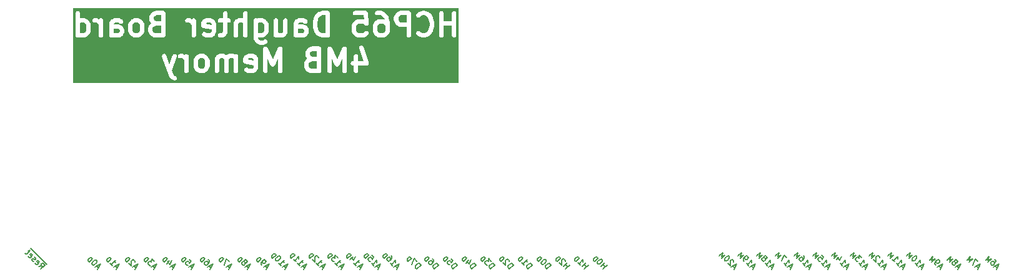
<source format=gbo>
%TF.GenerationSoftware,KiCad,Pcbnew,8.0.7*%
%TF.CreationDate,2025-01-04T14:28:00+02:00*%
%TF.ProjectId,Memory Board,4d656d6f-7279-4204-926f-6172642e6b69,V0*%
%TF.SameCoordinates,Original*%
%TF.FileFunction,Legend,Bot*%
%TF.FilePolarity,Positive*%
%FSLAX46Y46*%
G04 Gerber Fmt 4.6, Leading zero omitted, Abs format (unit mm)*
G04 Created by KiCad (PCBNEW 8.0.7) date 2025-01-04 14:28:00*
%MOMM*%
%LPD*%
G01*
G04 APERTURE LIST*
%ADD10C,0.200000*%
%ADD11C,0.600000*%
G04 APERTURE END LIST*
D10*
X127088218Y5010996D02*
X126818844Y5280370D01*
X126980468Y4795497D02*
X127357592Y5549744D01*
X127357592Y5549744D02*
X126603344Y5172621D01*
X127034343Y5872993D02*
X126657219Y6250116D01*
X126657219Y6250116D02*
X126333971Y5441994D01*
X125840477Y5810498D02*
X126293026Y6263047D01*
X126293026Y6263047D02*
X125818927Y6090647D01*
X125818927Y6090647D02*
X125991327Y6564746D01*
X125991327Y6564746D02*
X125538778Y6112197D01*
X38315218Y5010996D02*
X38045844Y5280370D01*
X38207468Y4795497D02*
X38584592Y5549744D01*
X38584592Y5549744D02*
X37830344Y5172621D01*
X37345471Y5657494D02*
X37668720Y5334245D01*
X37507096Y5495869D02*
X38072781Y6061555D01*
X38072781Y6061555D02*
X38045844Y5926868D01*
X38045844Y5926868D02*
X38045844Y5819118D01*
X38045844Y5819118D02*
X38072781Y5738306D01*
X37641783Y6384804D02*
X37641783Y6438678D01*
X37641783Y6438678D02*
X37614845Y6519491D01*
X37614845Y6519491D02*
X37480158Y6654178D01*
X37480158Y6654178D02*
X37399346Y6681115D01*
X37399346Y6681115D02*
X37345471Y6681115D01*
X37345471Y6681115D02*
X37264659Y6654178D01*
X37264659Y6654178D02*
X37210784Y6600303D01*
X37210784Y6600303D02*
X37156909Y6492553D01*
X37156909Y6492553D02*
X37156909Y5846056D01*
X37156909Y5846056D02*
X36806723Y6196242D01*
X36528729Y6349246D02*
X36981277Y6801795D01*
X36981277Y6801795D02*
X36873528Y6909544D01*
X36873528Y6909544D02*
X36787328Y6952644D01*
X36787328Y6952644D02*
X36701128Y6952644D01*
X36701128Y6952644D02*
X36636479Y6931094D01*
X36636479Y6931094D02*
X36528729Y6866445D01*
X36528729Y6866445D02*
X36464079Y6801795D01*
X36464079Y6801795D02*
X36399430Y6694045D01*
X36399430Y6694045D02*
X36377880Y6629395D01*
X36377880Y6629395D02*
X36377880Y6543196D01*
X36377880Y6543196D02*
X36420979Y6456996D01*
X36420979Y6456996D02*
X36528729Y6349246D01*
X58446656Y4876309D02*
X59012341Y5441995D01*
X59012341Y5441995D02*
X58877654Y5576682D01*
X58877654Y5576682D02*
X58769905Y5630556D01*
X58769905Y5630556D02*
X58662155Y5630556D01*
X58662155Y5630556D02*
X58581343Y5603619D01*
X58581343Y5603619D02*
X58446656Y5522807D01*
X58446656Y5522807D02*
X58365844Y5441995D01*
X58365844Y5441995D02*
X58285031Y5307308D01*
X58285031Y5307308D02*
X58258094Y5226495D01*
X58258094Y5226495D02*
X58258094Y5118746D01*
X58258094Y5118746D02*
X58311969Y5010996D01*
X58311969Y5010996D02*
X58446656Y4876309D01*
X58015657Y6061555D02*
X57638534Y5684431D01*
X58365844Y6142367D02*
X58096470Y5603619D01*
X58096470Y5603619D02*
X57746283Y5953805D01*
X57306665Y5891311D02*
X57759213Y6343859D01*
X57759213Y6343859D02*
X57651464Y6451609D01*
X57651464Y6451609D02*
X57565264Y6494708D01*
X57565264Y6494708D02*
X57479064Y6494708D01*
X57479064Y6494708D02*
X57414414Y6473159D01*
X57414414Y6473159D02*
X57306665Y6408509D01*
X57306665Y6408509D02*
X57242015Y6343859D01*
X57242015Y6343859D02*
X57177365Y6236109D01*
X57177365Y6236109D02*
X57155815Y6171460D01*
X57155815Y6171460D02*
X57155815Y6085260D01*
X57155815Y6085260D02*
X57198915Y5999060D01*
X57198915Y5999060D02*
X57306665Y5891311D01*
X25615218Y5010996D02*
X25345844Y5280370D01*
X25507468Y4795497D02*
X25884592Y5549744D01*
X25884592Y5549744D02*
X25130344Y5172621D01*
X25561343Y5872993D02*
X25184219Y6250116D01*
X25184219Y6250116D02*
X24860971Y5441994D01*
X24367477Y5810498D02*
X24820026Y6263047D01*
X24820026Y6263047D02*
X24712276Y6370796D01*
X24712276Y6370796D02*
X24626076Y6413896D01*
X24626076Y6413896D02*
X24539877Y6413896D01*
X24539877Y6413896D02*
X24475227Y6392346D01*
X24475227Y6392346D02*
X24367477Y6327696D01*
X24367477Y6327696D02*
X24302827Y6263047D01*
X24302827Y6263047D02*
X24238178Y6155297D01*
X24238178Y6155297D02*
X24216628Y6090647D01*
X24216628Y6090647D02*
X24216628Y6004448D01*
X24216628Y6004448D02*
X24259728Y5918248D01*
X24259728Y5918248D02*
X24367477Y5810498D01*
X33235218Y5010996D02*
X32965844Y5280370D01*
X33127468Y4795497D02*
X33504592Y5549744D01*
X33504592Y5549744D02*
X32750344Y5172621D01*
X32265471Y5657494D02*
X32588720Y5334245D01*
X32427096Y5495869D02*
X32992781Y6061555D01*
X32992781Y6061555D02*
X32965844Y5926868D01*
X32965844Y5926868D02*
X32965844Y5819118D01*
X32965844Y5819118D02*
X32992781Y5738306D01*
X32480970Y6573365D02*
X32427096Y6627240D01*
X32427096Y6627240D02*
X32346283Y6654178D01*
X32346283Y6654178D02*
X32292409Y6654178D01*
X32292409Y6654178D02*
X32211596Y6627240D01*
X32211596Y6627240D02*
X32076909Y6546428D01*
X32076909Y6546428D02*
X31942222Y6411741D01*
X31942222Y6411741D02*
X31861410Y6277054D01*
X31861410Y6277054D02*
X31834473Y6196242D01*
X31834473Y6196242D02*
X31834473Y6142367D01*
X31834473Y6142367D02*
X31861410Y6061555D01*
X31861410Y6061555D02*
X31915285Y6007680D01*
X31915285Y6007680D02*
X31996097Y5980743D01*
X31996097Y5980743D02*
X32049972Y5980743D01*
X32049972Y5980743D02*
X32130784Y6007680D01*
X32130784Y6007680D02*
X32265471Y6088492D01*
X32265471Y6088492D02*
X32400158Y6223179D01*
X32400158Y6223179D02*
X32480970Y6357866D01*
X32480970Y6357866D02*
X32507908Y6438678D01*
X32507908Y6438678D02*
X32507908Y6492553D01*
X32507908Y6492553D02*
X32480970Y6573365D01*
X31448729Y6349246D02*
X31901277Y6801795D01*
X31901277Y6801795D02*
X31793528Y6909544D01*
X31793528Y6909544D02*
X31707328Y6952644D01*
X31707328Y6952644D02*
X31621128Y6952644D01*
X31621128Y6952644D02*
X31556479Y6931094D01*
X31556479Y6931094D02*
X31448729Y6866445D01*
X31448729Y6866445D02*
X31384079Y6801795D01*
X31384079Y6801795D02*
X31319430Y6694045D01*
X31319430Y6694045D02*
X31297880Y6629395D01*
X31297880Y6629395D02*
X31297880Y6543196D01*
X31297880Y6543196D02*
X31340979Y6456996D01*
X31340979Y6456996D02*
X31448729Y6349246D01*
X63526656Y4876309D02*
X64092341Y5441995D01*
X64092341Y5441995D02*
X63957654Y5576682D01*
X63957654Y5576682D02*
X63849905Y5630556D01*
X63849905Y5630556D02*
X63742155Y5630556D01*
X63742155Y5630556D02*
X63661343Y5603619D01*
X63661343Y5603619D02*
X63526656Y5522807D01*
X63526656Y5522807D02*
X63445844Y5441995D01*
X63445844Y5441995D02*
X63365031Y5307308D01*
X63365031Y5307308D02*
X63338094Y5226495D01*
X63338094Y5226495D02*
X63338094Y5118746D01*
X63338094Y5118746D02*
X63391969Y5010996D01*
X63391969Y5010996D02*
X63526656Y4876309D01*
X63499718Y5926868D02*
X63499718Y5980743D01*
X63499718Y5980743D02*
X63472781Y6061555D01*
X63472781Y6061555D02*
X63338094Y6196242D01*
X63338094Y6196242D02*
X63257282Y6223179D01*
X63257282Y6223179D02*
X63203407Y6223179D01*
X63203407Y6223179D02*
X63122595Y6196242D01*
X63122595Y6196242D02*
X63068720Y6142367D01*
X63068720Y6142367D02*
X63014845Y6034617D01*
X63014845Y6034617D02*
X63014845Y5388120D01*
X63014845Y5388120D02*
X62664659Y5738306D01*
X62386665Y5891311D02*
X62839213Y6343859D01*
X62839213Y6343859D02*
X62731464Y6451609D01*
X62731464Y6451609D02*
X62645264Y6494708D01*
X62645264Y6494708D02*
X62559064Y6494708D01*
X62559064Y6494708D02*
X62494414Y6473159D01*
X62494414Y6473159D02*
X62386665Y6408509D01*
X62386665Y6408509D02*
X62322015Y6343859D01*
X62322015Y6343859D02*
X62257365Y6236109D01*
X62257365Y6236109D02*
X62235815Y6171460D01*
X62235815Y6171460D02*
X62235815Y6085260D01*
X62235815Y6085260D02*
X62278915Y5999060D01*
X62278915Y5999060D02*
X62386665Y5891311D01*
X23075218Y5010996D02*
X22805844Y5280370D01*
X22967468Y4795497D02*
X23344592Y5549744D01*
X23344592Y5549744D02*
X22590344Y5172621D01*
X22725032Y6169304D02*
X22832781Y6061555D01*
X22832781Y6061555D02*
X22859719Y5980742D01*
X22859719Y5980742D02*
X22859719Y5926868D01*
X22859719Y5926868D02*
X22832781Y5792181D01*
X22832781Y5792181D02*
X22751969Y5657494D01*
X22751969Y5657494D02*
X22536470Y5441994D01*
X22536470Y5441994D02*
X22455658Y5415057D01*
X22455658Y5415057D02*
X22401783Y5415057D01*
X22401783Y5415057D02*
X22320971Y5441994D01*
X22320971Y5441994D02*
X22213221Y5549744D01*
X22213221Y5549744D02*
X22186284Y5630556D01*
X22186284Y5630556D02*
X22186284Y5684431D01*
X22186284Y5684431D02*
X22213221Y5765243D01*
X22213221Y5765243D02*
X22347908Y5899930D01*
X22347908Y5899930D02*
X22428720Y5926868D01*
X22428720Y5926868D02*
X22482595Y5926868D01*
X22482595Y5926868D02*
X22563407Y5899930D01*
X22563407Y5899930D02*
X22671157Y5792181D01*
X22671157Y5792181D02*
X22698094Y5711368D01*
X22698094Y5711368D02*
X22698094Y5657494D01*
X22698094Y5657494D02*
X22671157Y5576681D01*
X21827477Y5810498D02*
X22280026Y6263047D01*
X22280026Y6263047D02*
X22172276Y6370796D01*
X22172276Y6370796D02*
X22086076Y6413896D01*
X22086076Y6413896D02*
X21999877Y6413896D01*
X21999877Y6413896D02*
X21935227Y6392346D01*
X21935227Y6392346D02*
X21827477Y6327696D01*
X21827477Y6327696D02*
X21762827Y6263047D01*
X21762827Y6263047D02*
X21698178Y6155297D01*
X21698178Y6155297D02*
X21676628Y6090647D01*
X21676628Y6090647D02*
X21676628Y6004448D01*
X21676628Y6004448D02*
X21719728Y5918248D01*
X21719728Y5918248D02*
X21827477Y5810498D01*
X68606656Y4876309D02*
X69172341Y5441995D01*
X69172341Y5441995D02*
X69037654Y5576682D01*
X69037654Y5576682D02*
X68929905Y5630556D01*
X68929905Y5630556D02*
X68822155Y5630556D01*
X68822155Y5630556D02*
X68741343Y5603619D01*
X68741343Y5603619D02*
X68606656Y5522807D01*
X68606656Y5522807D02*
X68525844Y5441995D01*
X68525844Y5441995D02*
X68445031Y5307308D01*
X68445031Y5307308D02*
X68418094Y5226495D01*
X68418094Y5226495D02*
X68418094Y5118746D01*
X68418094Y5118746D02*
X68471969Y5010996D01*
X68471969Y5010996D02*
X68606656Y4876309D01*
X68498906Y6115430D02*
X68445031Y6169304D01*
X68445031Y6169304D02*
X68364219Y6196242D01*
X68364219Y6196242D02*
X68310344Y6196242D01*
X68310344Y6196242D02*
X68229532Y6169304D01*
X68229532Y6169304D02*
X68094845Y6088492D01*
X68094845Y6088492D02*
X67960158Y5953805D01*
X67960158Y5953805D02*
X67879346Y5819118D01*
X67879346Y5819118D02*
X67852409Y5738306D01*
X67852409Y5738306D02*
X67852409Y5684431D01*
X67852409Y5684431D02*
X67879346Y5603619D01*
X67879346Y5603619D02*
X67933221Y5549744D01*
X67933221Y5549744D02*
X68014033Y5522807D01*
X68014033Y5522807D02*
X68067908Y5522807D01*
X68067908Y5522807D02*
X68148720Y5549744D01*
X68148720Y5549744D02*
X68283407Y5630556D01*
X68283407Y5630556D02*
X68418094Y5765243D01*
X68418094Y5765243D02*
X68498906Y5899930D01*
X68498906Y5899930D02*
X68525844Y5980743D01*
X68525844Y5980743D02*
X68525844Y6034617D01*
X68525844Y6034617D02*
X68498906Y6115430D01*
X67466665Y5891311D02*
X67919213Y6343859D01*
X67919213Y6343859D02*
X67811464Y6451609D01*
X67811464Y6451609D02*
X67725264Y6494708D01*
X67725264Y6494708D02*
X67639064Y6494708D01*
X67639064Y6494708D02*
X67574414Y6473159D01*
X67574414Y6473159D02*
X67466665Y6408509D01*
X67466665Y6408509D02*
X67402015Y6343859D01*
X67402015Y6343859D02*
X67337365Y6236109D01*
X67337365Y6236109D02*
X67315815Y6171460D01*
X67315815Y6171460D02*
X67315815Y6085260D01*
X67315815Y6085260D02*
X67358915Y5999060D01*
X67358915Y5999060D02*
X67466665Y5891311D01*
X119468218Y5010996D02*
X119198844Y5280370D01*
X119360468Y4795497D02*
X119737592Y5549744D01*
X119737592Y5549744D02*
X118983344Y5172621D01*
X118498471Y5657494D02*
X118821720Y5334245D01*
X118660096Y5495869D02*
X119225781Y6061555D01*
X119225781Y6061555D02*
X119198844Y5926868D01*
X119198844Y5926868D02*
X119198844Y5819118D01*
X119198844Y5819118D02*
X119225781Y5738306D01*
X118713970Y6573365D02*
X118660096Y6627240D01*
X118660096Y6627240D02*
X118579283Y6654178D01*
X118579283Y6654178D02*
X118525409Y6654178D01*
X118525409Y6654178D02*
X118444596Y6627240D01*
X118444596Y6627240D02*
X118309909Y6546428D01*
X118309909Y6546428D02*
X118175222Y6411741D01*
X118175222Y6411741D02*
X118094410Y6277054D01*
X118094410Y6277054D02*
X118067473Y6196242D01*
X118067473Y6196242D02*
X118067473Y6142367D01*
X118067473Y6142367D02*
X118094410Y6061555D01*
X118094410Y6061555D02*
X118148285Y6007680D01*
X118148285Y6007680D02*
X118229097Y5980743D01*
X118229097Y5980743D02*
X118282972Y5980743D01*
X118282972Y5980743D02*
X118363784Y6007680D01*
X118363784Y6007680D02*
X118498471Y6088492D01*
X118498471Y6088492D02*
X118633158Y6223179D01*
X118633158Y6223179D02*
X118713970Y6357866D01*
X118713970Y6357866D02*
X118740908Y6438678D01*
X118740908Y6438678D02*
X118740908Y6492553D01*
X118740908Y6492553D02*
X118713970Y6573365D01*
X117681729Y6349246D02*
X118134277Y6801795D01*
X118134277Y6801795D02*
X117660179Y6629395D01*
X117660179Y6629395D02*
X117832579Y7103494D01*
X117832579Y7103494D02*
X117380030Y6650945D01*
X66066656Y4876309D02*
X66632341Y5441995D01*
X66632341Y5441995D02*
X66497654Y5576682D01*
X66497654Y5576682D02*
X66389905Y5630556D01*
X66389905Y5630556D02*
X66282155Y5630556D01*
X66282155Y5630556D02*
X66201343Y5603619D01*
X66201343Y5603619D02*
X66066656Y5522807D01*
X66066656Y5522807D02*
X65985844Y5441995D01*
X65985844Y5441995D02*
X65905031Y5307308D01*
X65905031Y5307308D02*
X65878094Y5226495D01*
X65878094Y5226495D02*
X65878094Y5118746D01*
X65878094Y5118746D02*
X65931969Y5010996D01*
X65931969Y5010996D02*
X66066656Y4876309D01*
X65204659Y5738306D02*
X65527908Y5415057D01*
X65366283Y5576682D02*
X65931969Y6142367D01*
X65931969Y6142367D02*
X65905031Y6007680D01*
X65905031Y6007680D02*
X65905031Y5899930D01*
X65905031Y5899930D02*
X65931969Y5819118D01*
X64926665Y5891311D02*
X65379213Y6343859D01*
X65379213Y6343859D02*
X65271464Y6451609D01*
X65271464Y6451609D02*
X65185264Y6494708D01*
X65185264Y6494708D02*
X65099064Y6494708D01*
X65099064Y6494708D02*
X65034414Y6473159D01*
X65034414Y6473159D02*
X64926665Y6408509D01*
X64926665Y6408509D02*
X64862015Y6343859D01*
X64862015Y6343859D02*
X64797365Y6236109D01*
X64797365Y6236109D02*
X64775815Y6171460D01*
X64775815Y6171460D02*
X64775815Y6085260D01*
X64775815Y6085260D02*
X64818915Y5999060D01*
X64818915Y5999060D02*
X64926665Y5891311D01*
X7835218Y5010996D02*
X7565844Y5280370D01*
X7727468Y4795497D02*
X8104592Y5549744D01*
X8104592Y5549744D02*
X7350344Y5172621D01*
X7619719Y6034617D02*
X7565844Y6088492D01*
X7565844Y6088492D02*
X7485032Y6115429D01*
X7485032Y6115429D02*
X7431157Y6115429D01*
X7431157Y6115429D02*
X7350345Y6088492D01*
X7350345Y6088492D02*
X7215658Y6007680D01*
X7215658Y6007680D02*
X7080971Y5872993D01*
X7080971Y5872993D02*
X7000158Y5738306D01*
X7000158Y5738306D02*
X6973221Y5657494D01*
X6973221Y5657494D02*
X6973221Y5603619D01*
X6973221Y5603619D02*
X7000158Y5522807D01*
X7000158Y5522807D02*
X7054033Y5468932D01*
X7054033Y5468932D02*
X7134845Y5441994D01*
X7134845Y5441994D02*
X7188720Y5441994D01*
X7188720Y5441994D02*
X7269532Y5468932D01*
X7269532Y5468932D02*
X7404219Y5549744D01*
X7404219Y5549744D02*
X7538906Y5684431D01*
X7538906Y5684431D02*
X7619719Y5819118D01*
X7619719Y5819118D02*
X7646656Y5899930D01*
X7646656Y5899930D02*
X7646656Y5953805D01*
X7646656Y5953805D02*
X7619719Y6034617D01*
X6587477Y5810498D02*
X7040026Y6263047D01*
X7040026Y6263047D02*
X6932276Y6370796D01*
X6932276Y6370796D02*
X6846076Y6413896D01*
X6846076Y6413896D02*
X6759877Y6413896D01*
X6759877Y6413896D02*
X6695227Y6392346D01*
X6695227Y6392346D02*
X6587477Y6327696D01*
X6587477Y6327696D02*
X6522827Y6263047D01*
X6522827Y6263047D02*
X6458178Y6155297D01*
X6458178Y6155297D02*
X6436628Y6090647D01*
X6436628Y6090647D02*
X6436628Y6004448D01*
X6436628Y6004448D02*
X6479728Y5918248D01*
X6479728Y5918248D02*
X6587477Y5810498D01*
X116928218Y5010996D02*
X116658844Y5280370D01*
X116820468Y4795497D02*
X117197592Y5549744D01*
X117197592Y5549744D02*
X116443344Y5172621D01*
X115958471Y5657494D02*
X116281720Y5334245D01*
X116120096Y5495869D02*
X116685781Y6061555D01*
X116685781Y6061555D02*
X116658844Y5926868D01*
X116658844Y5926868D02*
X116658844Y5819118D01*
X116658844Y5819118D02*
X116685781Y5738306D01*
X115419723Y6196242D02*
X115742972Y5872993D01*
X115581348Y6034617D02*
X116147033Y6600303D01*
X116147033Y6600303D02*
X116120096Y6465616D01*
X116120096Y6465616D02*
X116120096Y6357866D01*
X116120096Y6357866D02*
X116147033Y6277054D01*
X115141729Y6349246D02*
X115594277Y6801795D01*
X115594277Y6801795D02*
X115120179Y6629395D01*
X115120179Y6629395D02*
X115292579Y7103494D01*
X115292579Y7103494D02*
X114840030Y6650945D01*
X17995218Y5010996D02*
X17725844Y5280370D01*
X17887468Y4795497D02*
X18264592Y5549744D01*
X18264592Y5549744D02*
X17510344Y5172621D01*
X17456470Y5980742D02*
X17079346Y5603619D01*
X17806656Y6061555D02*
X17537282Y5522807D01*
X17537282Y5522807D02*
X17187096Y5872993D01*
X16747477Y5810498D02*
X17200026Y6263047D01*
X17200026Y6263047D02*
X17092276Y6370796D01*
X17092276Y6370796D02*
X17006076Y6413896D01*
X17006076Y6413896D02*
X16919877Y6413896D01*
X16919877Y6413896D02*
X16855227Y6392346D01*
X16855227Y6392346D02*
X16747477Y6327696D01*
X16747477Y6327696D02*
X16682827Y6263047D01*
X16682827Y6263047D02*
X16618178Y6155297D01*
X16618178Y6155297D02*
X16596628Y6090647D01*
X16596628Y6090647D02*
X16596628Y6004448D01*
X16596628Y6004448D02*
X16639728Y5918248D01*
X16639728Y5918248D02*
X16747477Y5810498D01*
X10375218Y5010996D02*
X10105844Y5280370D01*
X10267468Y4795497D02*
X10644592Y5549744D01*
X10644592Y5549744D02*
X9890344Y5172621D01*
X9405471Y5657494D02*
X9728720Y5334245D01*
X9567096Y5495869D02*
X10132781Y6061555D01*
X10132781Y6061555D02*
X10105844Y5926868D01*
X10105844Y5926868D02*
X10105844Y5819118D01*
X10105844Y5819118D02*
X10132781Y5738306D01*
X9127477Y5810498D02*
X9580026Y6263047D01*
X9580026Y6263047D02*
X9472276Y6370796D01*
X9472276Y6370796D02*
X9386076Y6413896D01*
X9386076Y6413896D02*
X9299877Y6413896D01*
X9299877Y6413896D02*
X9235227Y6392346D01*
X9235227Y6392346D02*
X9127477Y6327696D01*
X9127477Y6327696D02*
X9062827Y6263047D01*
X9062827Y6263047D02*
X8998178Y6155297D01*
X8998178Y6155297D02*
X8976628Y6090647D01*
X8976628Y6090647D02*
X8976628Y6004448D01*
X8976628Y6004448D02*
X9019728Y5918248D01*
X9019728Y5918248D02*
X9127477Y5810498D01*
X101688218Y5010996D02*
X101418844Y5280370D01*
X101580468Y4795497D02*
X101957592Y5549744D01*
X101957592Y5549744D02*
X101203344Y5172621D01*
X100718471Y5657494D02*
X101041720Y5334245D01*
X100880096Y5495869D02*
X101445781Y6061555D01*
X101445781Y6061555D02*
X101418844Y5926868D01*
X101418844Y5926868D02*
X101418844Y5819118D01*
X101418844Y5819118D02*
X101445781Y5738306D01*
X101095595Y6411741D02*
X100718471Y6788865D01*
X100718471Y6788865D02*
X100395222Y5980743D01*
X99901729Y6349246D02*
X100354277Y6801795D01*
X100354277Y6801795D02*
X99880179Y6629395D01*
X99880179Y6629395D02*
X100052579Y7103494D01*
X100052579Y7103494D02*
X99600030Y6650945D01*
X124421218Y5010996D02*
X124151844Y5280370D01*
X124313468Y4795497D02*
X124690592Y5549744D01*
X124690592Y5549744D02*
X123936344Y5172621D01*
X123990219Y5765243D02*
X124071032Y5738306D01*
X124071032Y5738306D02*
X124124906Y5738306D01*
X124124906Y5738306D02*
X124205719Y5765243D01*
X124205719Y5765243D02*
X124232656Y5792181D01*
X124232656Y5792181D02*
X124259593Y5872993D01*
X124259593Y5872993D02*
X124259593Y5926868D01*
X124259593Y5926868D02*
X124232656Y6007680D01*
X124232656Y6007680D02*
X124124906Y6115429D01*
X124124906Y6115429D02*
X124044094Y6142367D01*
X124044094Y6142367D02*
X123990219Y6142367D01*
X123990219Y6142367D02*
X123909407Y6115429D01*
X123909407Y6115429D02*
X123882470Y6088492D01*
X123882470Y6088492D02*
X123855532Y6007680D01*
X123855532Y6007680D02*
X123855532Y5953805D01*
X123855532Y5953805D02*
X123882470Y5872993D01*
X123882470Y5872993D02*
X123990219Y5765243D01*
X123990219Y5765243D02*
X124017157Y5684431D01*
X124017157Y5684431D02*
X124017157Y5630556D01*
X124017157Y5630556D02*
X123990219Y5549744D01*
X123990219Y5549744D02*
X123882470Y5441994D01*
X123882470Y5441994D02*
X123801658Y5415057D01*
X123801658Y5415057D02*
X123747783Y5415057D01*
X123747783Y5415057D02*
X123666971Y5441994D01*
X123666971Y5441994D02*
X123559221Y5549744D01*
X123559221Y5549744D02*
X123532284Y5630556D01*
X123532284Y5630556D02*
X123532284Y5684431D01*
X123532284Y5684431D02*
X123559221Y5765243D01*
X123559221Y5765243D02*
X123666971Y5872993D01*
X123666971Y5872993D02*
X123747783Y5899930D01*
X123747783Y5899930D02*
X123801658Y5899930D01*
X123801658Y5899930D02*
X123882470Y5872993D01*
X123173477Y5810498D02*
X123626026Y6263047D01*
X123626026Y6263047D02*
X123151927Y6090647D01*
X123151927Y6090647D02*
X123324327Y6564746D01*
X123324327Y6564746D02*
X122871778Y6112197D01*
X104228218Y5010996D02*
X103958844Y5280370D01*
X104120468Y4795497D02*
X104497592Y5549744D01*
X104497592Y5549744D02*
X103743344Y5172621D01*
X103258471Y5657494D02*
X103581720Y5334245D01*
X103420096Y5495869D02*
X103985781Y6061555D01*
X103985781Y6061555D02*
X103958844Y5926868D01*
X103958844Y5926868D02*
X103958844Y5819118D01*
X103958844Y5819118D02*
X103985781Y5738306D01*
X103339283Y6708052D02*
X103447033Y6600303D01*
X103447033Y6600303D02*
X103473970Y6519491D01*
X103473970Y6519491D02*
X103473970Y6465616D01*
X103473970Y6465616D02*
X103447033Y6330929D01*
X103447033Y6330929D02*
X103366221Y6196242D01*
X103366221Y6196242D02*
X103150722Y5980743D01*
X103150722Y5980743D02*
X103069909Y5953805D01*
X103069909Y5953805D02*
X103016035Y5953805D01*
X103016035Y5953805D02*
X102935222Y5980743D01*
X102935222Y5980743D02*
X102827473Y6088492D01*
X102827473Y6088492D02*
X102800535Y6169304D01*
X102800535Y6169304D02*
X102800535Y6223179D01*
X102800535Y6223179D02*
X102827473Y6303991D01*
X102827473Y6303991D02*
X102962160Y6438678D01*
X102962160Y6438678D02*
X103042972Y6465616D01*
X103042972Y6465616D02*
X103096847Y6465616D01*
X103096847Y6465616D02*
X103177659Y6438678D01*
X103177659Y6438678D02*
X103285409Y6330929D01*
X103285409Y6330929D02*
X103312346Y6250117D01*
X103312346Y6250117D02*
X103312346Y6196242D01*
X103312346Y6196242D02*
X103285409Y6115430D01*
X102441729Y6349246D02*
X102894277Y6801795D01*
X102894277Y6801795D02*
X102420179Y6629395D01*
X102420179Y6629395D02*
X102592579Y7103494D01*
X102592579Y7103494D02*
X102140030Y6650945D01*
X45808218Y5010996D02*
X45538844Y5280370D01*
X45700468Y4795497D02*
X46077592Y5549744D01*
X46077592Y5549744D02*
X45323344Y5172621D01*
X44838471Y5657494D02*
X45161720Y5334245D01*
X45000096Y5495869D02*
X45565781Y6061555D01*
X45565781Y6061555D02*
X45538844Y5926868D01*
X45538844Y5926868D02*
X45538844Y5819118D01*
X45538844Y5819118D02*
X45565781Y5738306D01*
X44892346Y6734990D02*
X45161720Y6465616D01*
X45161720Y6465616D02*
X44919283Y6169304D01*
X44919283Y6169304D02*
X44919283Y6223179D01*
X44919283Y6223179D02*
X44892346Y6303991D01*
X44892346Y6303991D02*
X44757659Y6438678D01*
X44757659Y6438678D02*
X44676847Y6465616D01*
X44676847Y6465616D02*
X44622972Y6465616D01*
X44622972Y6465616D02*
X44542160Y6438678D01*
X44542160Y6438678D02*
X44407473Y6303991D01*
X44407473Y6303991D02*
X44380535Y6223179D01*
X44380535Y6223179D02*
X44380535Y6169304D01*
X44380535Y6169304D02*
X44407473Y6088492D01*
X44407473Y6088492D02*
X44542160Y5953805D01*
X44542160Y5953805D02*
X44622972Y5926868D01*
X44622972Y5926868D02*
X44676847Y5926868D01*
X44021729Y6349246D02*
X44474277Y6801795D01*
X44474277Y6801795D02*
X44366528Y6909544D01*
X44366528Y6909544D02*
X44280328Y6952644D01*
X44280328Y6952644D02*
X44194128Y6952644D01*
X44194128Y6952644D02*
X44129479Y6931094D01*
X44129479Y6931094D02*
X44021729Y6866445D01*
X44021729Y6866445D02*
X43957079Y6801795D01*
X43957079Y6801795D02*
X43892430Y6694045D01*
X43892430Y6694045D02*
X43870880Y6629395D01*
X43870880Y6629395D02*
X43870880Y6543196D01*
X43870880Y6543196D02*
X43913979Y6456996D01*
X43913979Y6456996D02*
X44021729Y6349246D01*
X48348218Y5010996D02*
X48078844Y5280370D01*
X48240468Y4795497D02*
X48617592Y5549744D01*
X48617592Y5549744D02*
X47863344Y5172621D01*
X47378471Y5657494D02*
X47701720Y5334245D01*
X47540096Y5495869D02*
X48105781Y6061555D01*
X48105781Y6061555D02*
X48078844Y5926868D01*
X48078844Y5926868D02*
X48078844Y5819118D01*
X48078844Y5819118D02*
X48105781Y5738306D01*
X47459283Y6708052D02*
X47567033Y6600303D01*
X47567033Y6600303D02*
X47593970Y6519491D01*
X47593970Y6519491D02*
X47593970Y6465616D01*
X47593970Y6465616D02*
X47567033Y6330929D01*
X47567033Y6330929D02*
X47486221Y6196242D01*
X47486221Y6196242D02*
X47270722Y5980743D01*
X47270722Y5980743D02*
X47189909Y5953805D01*
X47189909Y5953805D02*
X47136035Y5953805D01*
X47136035Y5953805D02*
X47055222Y5980743D01*
X47055222Y5980743D02*
X46947473Y6088492D01*
X46947473Y6088492D02*
X46920535Y6169304D01*
X46920535Y6169304D02*
X46920535Y6223179D01*
X46920535Y6223179D02*
X46947473Y6303991D01*
X46947473Y6303991D02*
X47082160Y6438678D01*
X47082160Y6438678D02*
X47162972Y6465616D01*
X47162972Y6465616D02*
X47216847Y6465616D01*
X47216847Y6465616D02*
X47297659Y6438678D01*
X47297659Y6438678D02*
X47405409Y6330929D01*
X47405409Y6330929D02*
X47432346Y6250117D01*
X47432346Y6250117D02*
X47432346Y6196242D01*
X47432346Y6196242D02*
X47405409Y6115430D01*
X46561729Y6349246D02*
X47014277Y6801795D01*
X47014277Y6801795D02*
X46906528Y6909544D01*
X46906528Y6909544D02*
X46820328Y6952644D01*
X46820328Y6952644D02*
X46734128Y6952644D01*
X46734128Y6952644D02*
X46669479Y6931094D01*
X46669479Y6931094D02*
X46561729Y6866445D01*
X46561729Y6866445D02*
X46497079Y6801795D01*
X46497079Y6801795D02*
X46432430Y6694045D01*
X46432430Y6694045D02*
X46410880Y6629395D01*
X46410880Y6629395D02*
X46410880Y6543196D01*
X46410880Y6543196D02*
X46453979Y6456996D01*
X46453979Y6456996D02*
X46561729Y6349246D01*
X53366656Y4876309D02*
X53932341Y5441995D01*
X53932341Y5441995D02*
X53797654Y5576682D01*
X53797654Y5576682D02*
X53689905Y5630556D01*
X53689905Y5630556D02*
X53582155Y5630556D01*
X53582155Y5630556D02*
X53501343Y5603619D01*
X53501343Y5603619D02*
X53366656Y5522807D01*
X53366656Y5522807D02*
X53285844Y5441995D01*
X53285844Y5441995D02*
X53205031Y5307308D01*
X53205031Y5307308D02*
X53178094Y5226495D01*
X53178094Y5226495D02*
X53178094Y5118746D01*
X53178094Y5118746D02*
X53231969Y5010996D01*
X53231969Y5010996D02*
X53366656Y4876309D01*
X53124219Y6250117D02*
X53231969Y6142367D01*
X53231969Y6142367D02*
X53258906Y6061555D01*
X53258906Y6061555D02*
X53258906Y6007680D01*
X53258906Y6007680D02*
X53231969Y5872993D01*
X53231969Y5872993D02*
X53151157Y5738306D01*
X53151157Y5738306D02*
X52935657Y5522807D01*
X52935657Y5522807D02*
X52854845Y5495869D01*
X52854845Y5495869D02*
X52800970Y5495869D01*
X52800970Y5495869D02*
X52720158Y5522807D01*
X52720158Y5522807D02*
X52612409Y5630556D01*
X52612409Y5630556D02*
X52585471Y5711369D01*
X52585471Y5711369D02*
X52585471Y5765243D01*
X52585471Y5765243D02*
X52612409Y5846056D01*
X52612409Y5846056D02*
X52747096Y5980743D01*
X52747096Y5980743D02*
X52827908Y6007680D01*
X52827908Y6007680D02*
X52881783Y6007680D01*
X52881783Y6007680D02*
X52962595Y5980743D01*
X52962595Y5980743D02*
X53070344Y5872993D01*
X53070344Y5872993D02*
X53097282Y5792181D01*
X53097282Y5792181D02*
X53097282Y5738306D01*
X53097282Y5738306D02*
X53070344Y5657494D01*
X52226665Y5891311D02*
X52679213Y6343859D01*
X52679213Y6343859D02*
X52571464Y6451609D01*
X52571464Y6451609D02*
X52485264Y6494708D01*
X52485264Y6494708D02*
X52399064Y6494708D01*
X52399064Y6494708D02*
X52334414Y6473159D01*
X52334414Y6473159D02*
X52226665Y6408509D01*
X52226665Y6408509D02*
X52162015Y6343859D01*
X52162015Y6343859D02*
X52097365Y6236109D01*
X52097365Y6236109D02*
X52075815Y6171460D01*
X52075815Y6171460D02*
X52075815Y6085260D01*
X52075815Y6085260D02*
X52118915Y5999060D01*
X52118915Y5999060D02*
X52226665Y5891311D01*
D11*
G36*
X22138806Y33399013D02*
G01*
X22212815Y33325004D01*
X22302228Y33146178D01*
X22302228Y32430675D01*
X22212815Y32251849D01*
X22138806Y32177840D01*
X21959979Y32088426D01*
X21673049Y32088426D01*
X21494221Y32177840D01*
X21420213Y32251848D01*
X21330799Y32430676D01*
X21330799Y33146176D01*
X21420213Y33325004D01*
X21494222Y33399013D01*
X21673048Y33488426D01*
X21959979Y33488426D01*
X22138806Y33399013D01*
G37*
G36*
X28807193Y33421962D02*
G01*
X28873657Y33289035D01*
X28873657Y33154367D01*
X28059198Y33317259D01*
X28111549Y33421962D01*
X28244477Y33488426D01*
X28674266Y33488426D01*
X28807193Y33421962D01*
G37*
G36*
X37445085Y32088426D02*
G01*
X36673048Y32088426D01*
X36494221Y32177840D01*
X36420212Y32251849D01*
X36330799Y32430675D01*
X36330799Y32717606D01*
X36420212Y32896433D01*
X36478567Y32954788D01*
X36793768Y33059855D01*
X37445085Y33059855D01*
X37445085Y32088426D01*
G37*
G36*
X37445085Y33659855D02*
G01*
X36815905Y33659855D01*
X36637078Y33749268D01*
X36563068Y33823277D01*
X36473656Y34002103D01*
X36473656Y34146178D01*
X36563068Y34325003D01*
X36637078Y34399012D01*
X36815905Y34488426D01*
X37445085Y34488426D01*
X37445085Y33659855D01*
G37*
G36*
X30138807Y38228845D02*
G01*
X30212816Y38154836D01*
X30302229Y37976010D01*
X30302229Y37260507D01*
X30212816Y37081681D01*
X30138807Y37007672D01*
X29959980Y36918258D01*
X29530193Y36918258D01*
X29473658Y36946525D01*
X29473658Y38289991D01*
X29530192Y38318258D01*
X29959980Y38318258D01*
X30138807Y38228845D01*
G37*
G36*
X5995948Y38228845D02*
G01*
X6069957Y38154836D01*
X6159370Y37976010D01*
X6159370Y37260507D01*
X6069957Y37081681D01*
X5995948Y37007672D01*
X5817121Y36918258D01*
X5387334Y36918258D01*
X5330799Y36946525D01*
X5330799Y38289991D01*
X5387333Y38318258D01*
X5817121Y38318258D01*
X5995948Y38228845D01*
G37*
G36*
X10664335Y37394651D02*
G01*
X10730799Y37261724D01*
X10730799Y37117650D01*
X10664335Y36984722D01*
X10531407Y36918258D01*
X9958763Y36918258D01*
X9902228Y36946525D01*
X9902228Y37461116D01*
X10531407Y37461116D01*
X10664335Y37394651D01*
G37*
G36*
X13281663Y38228845D02*
G01*
X13355672Y38154836D01*
X13445085Y37976010D01*
X13445085Y37260507D01*
X13355672Y37081681D01*
X13281663Y37007672D01*
X13102836Y36918258D01*
X12815906Y36918258D01*
X12637078Y37007672D01*
X12563070Y37081680D01*
X12473656Y37260508D01*
X12473656Y37976008D01*
X12563070Y38154836D01*
X12637079Y38228845D01*
X12815905Y38318258D01*
X13102836Y38318258D01*
X13281663Y38228845D01*
G37*
G36*
X16302228Y36918258D02*
G01*
X15530191Y36918258D01*
X15351364Y37007672D01*
X15277355Y37081681D01*
X15187942Y37260507D01*
X15187942Y37547438D01*
X15277355Y37726265D01*
X15335710Y37784620D01*
X15650911Y37889687D01*
X16302228Y37889687D01*
X16302228Y36918258D01*
G37*
G36*
X16302228Y38489687D02*
G01*
X15673048Y38489687D01*
X15494221Y38579100D01*
X15420211Y38653109D01*
X15330799Y38831935D01*
X15330799Y38976010D01*
X15420211Y39154835D01*
X15494221Y39228844D01*
X15673048Y39318258D01*
X16302228Y39318258D01*
X16302228Y38489687D01*
G37*
G36*
X23092907Y38251794D02*
G01*
X23159371Y38118867D01*
X23159371Y37984199D01*
X22344912Y38147091D01*
X22397263Y38251794D01*
X22530191Y38318258D01*
X22959980Y38318258D01*
X23092907Y38251794D01*
G37*
G36*
X35664337Y37394651D02*
G01*
X35730801Y37261724D01*
X35730801Y37117650D01*
X35664337Y36984722D01*
X35531409Y36918258D01*
X34958765Y36918258D01*
X34902230Y36946525D01*
X34902230Y37461116D01*
X35531409Y37461116D01*
X35664337Y37394651D01*
G37*
G36*
X38587944Y36918258D02*
G01*
X38222342Y36918258D01*
X37907140Y37023325D01*
X37705927Y37224538D01*
X37599571Y37437250D01*
X37473658Y37940905D01*
X37473658Y38295611D01*
X37599571Y38799266D01*
X37705927Y39011978D01*
X37907141Y39213191D01*
X38222341Y39318258D01*
X38587944Y39318258D01*
X38587944Y36918258D01*
G37*
G36*
X46567379Y38085988D02*
G01*
X46641388Y38011979D01*
X46730801Y37833153D01*
X46730801Y37260507D01*
X46641388Y37081681D01*
X46567379Y37007672D01*
X46388552Y36918258D01*
X45958765Y36918258D01*
X45779936Y37007672D01*
X45705927Y37081681D01*
X45616515Y37260507D01*
X45616515Y37833153D01*
X45705927Y38011978D01*
X45779938Y38085988D01*
X45958764Y38175401D01*
X46388552Y38175401D01*
X46567379Y38085988D01*
G37*
G36*
X49587944Y38346830D02*
G01*
X48815907Y38346830D01*
X48637079Y38436243D01*
X48563071Y38510252D01*
X48473658Y38689078D01*
X48473658Y38976010D01*
X48563071Y39154836D01*
X48637079Y39228844D01*
X48815907Y39318258D01*
X49587944Y39318258D01*
X49587944Y38346830D01*
G37*
G36*
X56664134Y30155848D02*
G01*
X4397466Y30155848D01*
X4397466Y33803322D01*
X16445455Y33803322D01*
X16451810Y33725265D01*
X16462562Y33687525D01*
X17176847Y31687525D01*
X17179083Y31682357D01*
X17180827Y31677008D01*
X17466542Y30962723D01*
X17467614Y30960479D01*
X17467921Y30959336D01*
X17469319Y30956914D01*
X17483469Y30927319D01*
X17496337Y30910118D01*
X17507079Y30891513D01*
X17528703Y30866855D01*
X17530382Y30864611D01*
X17531314Y30863876D01*
X17532953Y30862009D01*
X17675810Y30719152D01*
X17705314Y30693278D01*
X17713139Y30688760D01*
X17719901Y30682764D01*
X17753777Y30662956D01*
X18039491Y30520098D01*
X18075663Y30504882D01*
X18152388Y30489181D01*
X18230563Y30493873D01*
X18304860Y30518639D01*
X18370216Y30561789D01*
X18422175Y30620385D01*
X18457200Y30690433D01*
X18472901Y30767159D01*
X18468209Y30845333D01*
X18443443Y30919631D01*
X18400292Y30984986D01*
X18341696Y31036946D01*
X18307820Y31056754D01*
X18065649Y31177840D01*
X18000758Y31242731D01*
X17780075Y31794437D01*
X18456178Y33687525D01*
X18466931Y33725265D01*
X18473286Y33803322D01*
X18468857Y33827584D01*
X18590509Y33827584D01*
X18590509Y33749268D01*
X18610778Y33673621D01*
X18649936Y33605798D01*
X18705314Y33550420D01*
X18773137Y33511262D01*
X18848784Y33490993D01*
X18887942Y33488426D01*
X19102836Y33488426D01*
X19281663Y33399013D01*
X19355672Y33325004D01*
X19445085Y33146178D01*
X19445085Y31788426D01*
X19447652Y31749268D01*
X19467921Y31673621D01*
X19507079Y31605798D01*
X19562457Y31550420D01*
X19630280Y31511262D01*
X19705927Y31490993D01*
X19784243Y31490993D01*
X19859890Y31511262D01*
X19927713Y31550420D01*
X19983091Y31605798D01*
X20022249Y31673621D01*
X20042518Y31749268D01*
X20045085Y31788426D01*
X20045085Y33216998D01*
X20730799Y33216998D01*
X20730799Y32359855D01*
X20731859Y32343677D01*
X20731554Y32338587D01*
X20732494Y32333991D01*
X20733366Y32320697D01*
X20741192Y32291487D01*
X20747255Y32261862D01*
X20752420Y32249581D01*
X20753635Y32245050D01*
X20756184Y32240633D01*
X20762471Y32225690D01*
X20905329Y31939977D01*
X20925137Y31906101D01*
X20931131Y31899340D01*
X20935651Y31891513D01*
X20961525Y31862009D01*
X21104382Y31719152D01*
X21133886Y31693278D01*
X21141711Y31688760D01*
X21148473Y31682764D01*
X21182349Y31662956D01*
X21468063Y31520098D01*
X21483006Y31513811D01*
X21487423Y31511262D01*
X21491954Y31510047D01*
X21504235Y31504882D01*
X21533860Y31498819D01*
X21563070Y31490993D01*
X21576364Y31490121D01*
X21580960Y31489181D01*
X21586050Y31489486D01*
X21602228Y31488426D01*
X22030799Y31488426D01*
X22046976Y31489486D01*
X22052066Y31489181D01*
X22056661Y31490121D01*
X22069957Y31490993D01*
X22099169Y31498820D01*
X22128791Y31504882D01*
X22141069Y31510046D01*
X22145604Y31511262D01*
X22150023Y31513813D01*
X22164963Y31520098D01*
X22450678Y31662956D01*
X22484554Y31682764D01*
X22491314Y31688758D01*
X22499142Y31693278D01*
X22528646Y31719152D01*
X22671503Y31862009D01*
X22697377Y31891513D01*
X22701896Y31899340D01*
X22707891Y31906101D01*
X22727699Y31939977D01*
X22870556Y32225691D01*
X22876840Y32240630D01*
X22879392Y32245050D01*
X22880607Y32249584D01*
X22885772Y32261863D01*
X22891833Y32291484D01*
X22899661Y32320697D01*
X22900532Y32333992D01*
X22901473Y32338588D01*
X22901167Y32343677D01*
X22902228Y32359855D01*
X22902228Y33216998D01*
X22901167Y33233175D01*
X22901473Y33238265D01*
X22900532Y33242860D01*
X22899661Y33256156D01*
X22891833Y33285368D01*
X22885772Y33314990D01*
X22880607Y33327268D01*
X22879392Y33331803D01*
X22876840Y33336222D01*
X22870556Y33351162D01*
X22866209Y33359855D01*
X23587942Y33359855D01*
X23587942Y31788426D01*
X23590509Y31749268D01*
X23610778Y31673621D01*
X23649936Y31605798D01*
X23705314Y31550420D01*
X23773137Y31511262D01*
X23848784Y31490993D01*
X23927100Y31490993D01*
X24002747Y31511262D01*
X24070570Y31550420D01*
X24125948Y31605798D01*
X24165106Y31673621D01*
X24185375Y31749268D01*
X24187942Y31788426D01*
X24187942Y33289035D01*
X24254405Y33421962D01*
X24387334Y33488426D01*
X24674265Y33488426D01*
X24807192Y33421962D01*
X24873657Y33289034D01*
X24873657Y31788426D01*
X24876224Y31749268D01*
X24896493Y31673621D01*
X24935651Y31605798D01*
X24991029Y31550420D01*
X25058852Y31511262D01*
X25134499Y31490993D01*
X25212815Y31490993D01*
X25288462Y31511262D01*
X25356285Y31550420D01*
X25411663Y31605798D01*
X25450821Y31673621D01*
X25471090Y31749268D01*
X25473657Y31788426D01*
X25473657Y33289035D01*
X25540120Y33421962D01*
X25673048Y33488426D01*
X25959979Y33488426D01*
X26138806Y33399013D01*
X26159371Y33378448D01*
X26159371Y31788426D01*
X26161938Y31749268D01*
X26182207Y31673621D01*
X26221365Y31605798D01*
X26276743Y31550420D01*
X26344566Y31511262D01*
X26420213Y31490993D01*
X26498529Y31490993D01*
X26574176Y31511262D01*
X26641999Y31550420D01*
X26697377Y31605798D01*
X26736535Y31673621D01*
X26756804Y31749268D01*
X26759371Y31788426D01*
X26759371Y33359855D01*
X27445086Y33359855D01*
X27445086Y33074141D01*
X27447653Y33034983D01*
X27450164Y33025610D01*
X27450789Y33015922D01*
X27460267Y32987904D01*
X27467922Y32959336D01*
X27472776Y32950928D01*
X27475886Y32941736D01*
X27492289Y32917131D01*
X27507080Y32891513D01*
X27513944Y32884649D01*
X27519328Y32876573D01*
X27541544Y32857048D01*
X27562458Y32836135D01*
X27570863Y32831281D01*
X27578154Y32824875D01*
X27604659Y32811769D01*
X27630281Y32796977D01*
X27639660Y32794463D01*
X27648357Y32790164D01*
X27686251Y32779967D01*
X28873657Y32542485D01*
X28873657Y32287818D01*
X28807193Y32154890D01*
X28674265Y32088426D01*
X28244478Y32088426D01*
X28022108Y32199612D01*
X27985936Y32214828D01*
X27909211Y32230529D01*
X27831036Y32225837D01*
X27756738Y32201071D01*
X27691383Y32157921D01*
X27639423Y32099325D01*
X27604399Y32029277D01*
X27588698Y31952552D01*
X27593390Y31874377D01*
X27618156Y31800079D01*
X27661306Y31734724D01*
X27719902Y31682764D01*
X27753778Y31662956D01*
X28039492Y31520098D01*
X28054435Y31513811D01*
X28058852Y31511262D01*
X28063383Y31510047D01*
X28075664Y31504882D01*
X28105289Y31498819D01*
X28134499Y31490993D01*
X28147793Y31490121D01*
X28152389Y31489181D01*
X28157479Y31489486D01*
X28173657Y31488426D01*
X28745086Y31488426D01*
X28761263Y31489486D01*
X28766354Y31489181D01*
X28770949Y31490121D01*
X28784244Y31490993D01*
X28813453Y31498819D01*
X28843079Y31504882D01*
X28855359Y31510047D01*
X28859891Y31511262D01*
X28864307Y31513811D01*
X28879251Y31520098D01*
X29164964Y31662956D01*
X29198840Y31682764D01*
X29212319Y31694716D01*
X29227361Y31704648D01*
X29241498Y31720591D01*
X29257436Y31734724D01*
X29267364Y31749761D01*
X29279320Y31763244D01*
X29299128Y31797120D01*
X29441985Y32082834D01*
X29448269Y32097773D01*
X29450821Y32102193D01*
X29452036Y32106727D01*
X29457201Y32119006D01*
X29463262Y32148627D01*
X29471090Y32177840D01*
X29471961Y32191135D01*
X29472902Y32195731D01*
X29472596Y32200820D01*
X29473657Y32216998D01*
X29473657Y33359855D01*
X29472596Y33376032D01*
X29472902Y33381122D01*
X29471961Y33385717D01*
X29471090Y33399013D01*
X29463262Y33428225D01*
X29457201Y33457847D01*
X29452036Y33470125D01*
X29450821Y33474660D01*
X29448269Y33479079D01*
X29441985Y33494019D01*
X29299128Y33779733D01*
X29279320Y33813609D01*
X29267366Y33827089D01*
X29257436Y33842130D01*
X29241495Y33856264D01*
X29227361Y33872205D01*
X29212320Y33882135D01*
X29198840Y33894089D01*
X29164964Y33913897D01*
X28879250Y34056754D01*
X28864310Y34063038D01*
X28859891Y34065590D01*
X28855356Y34066805D01*
X28843078Y34071970D01*
X28813456Y34078031D01*
X28784244Y34085859D01*
X28770948Y34086730D01*
X28766353Y34087671D01*
X28761263Y34087365D01*
X28745086Y34088426D01*
X28173657Y34088426D01*
X28157479Y34087365D01*
X28152390Y34087671D01*
X28147794Y34086730D01*
X28134499Y34085859D01*
X28105286Y34078031D01*
X28075665Y34071970D01*
X28063386Y34066805D01*
X28058852Y34065590D01*
X28054432Y34063038D01*
X28039493Y34056754D01*
X27753779Y33913897D01*
X27719903Y33894089D01*
X27706422Y33882135D01*
X27691382Y33872205D01*
X27677247Y33856264D01*
X27661307Y33842130D01*
X27651376Y33827089D01*
X27639423Y33813609D01*
X27619615Y33779733D01*
X27476758Y33494019D01*
X27470473Y33479079D01*
X27467922Y33474660D01*
X27466706Y33470125D01*
X27461542Y33457847D01*
X27455480Y33428225D01*
X27447653Y33399013D01*
X27446781Y33385717D01*
X27445841Y33381122D01*
X27446146Y33376032D01*
X27445086Y33359855D01*
X26759371Y33359855D01*
X26759371Y33788426D01*
X26756804Y33827584D01*
X26736535Y33903231D01*
X26697377Y33971054D01*
X26641999Y34026432D01*
X26574176Y34065590D01*
X26498529Y34085859D01*
X26420213Y34085859D01*
X26344566Y34065590D01*
X26276743Y34026432D01*
X26259697Y34009386D01*
X26164963Y34056754D01*
X26150023Y34063038D01*
X26145604Y34065590D01*
X26141069Y34066805D01*
X26128791Y34071970D01*
X26099170Y34078031D01*
X26069957Y34085859D01*
X26056660Y34086730D01*
X26052065Y34087671D01*
X26046975Y34087365D01*
X26030799Y34088426D01*
X25602228Y34088426D01*
X25586050Y34087365D01*
X25580961Y34087671D01*
X25576365Y34086730D01*
X25563070Y34085859D01*
X25533857Y34078031D01*
X25504236Y34071970D01*
X25491957Y34066805D01*
X25487423Y34065590D01*
X25483003Y34063038D01*
X25468064Y34056754D01*
X25182350Y33913897D01*
X25173656Y33908813D01*
X25164963Y33913897D01*
X24879249Y34056754D01*
X24864309Y34063038D01*
X24859890Y34065590D01*
X24855355Y34066805D01*
X24843077Y34071970D01*
X24813455Y34078031D01*
X24784243Y34085859D01*
X24770947Y34086730D01*
X24766352Y34087671D01*
X24761262Y34087365D01*
X24745085Y34088426D01*
X24316514Y34088426D01*
X24300337Y34087365D01*
X24295248Y34087671D01*
X24290652Y34086730D01*
X24277356Y34085859D01*
X24248142Y34078031D01*
X24218522Y34071970D01*
X24206243Y34066805D01*
X24201709Y34065590D01*
X24197289Y34063038D01*
X24182350Y34056754D01*
X23896635Y33913897D01*
X23862759Y33894089D01*
X23849278Y33882135D01*
X23834238Y33872205D01*
X23820103Y33856264D01*
X23804163Y33842130D01*
X23794231Y33827088D01*
X23782279Y33813609D01*
X23762471Y33779733D01*
X23619614Y33494019D01*
X23613329Y33479079D01*
X23610778Y33474660D01*
X23609562Y33470125D01*
X23604398Y33457847D01*
X23598336Y33428225D01*
X23590509Y33399013D01*
X23589637Y33385717D01*
X23588697Y33381122D01*
X23589002Y33376032D01*
X23587942Y33359855D01*
X22866209Y33359855D01*
X22727699Y33636876D01*
X22707891Y33670752D01*
X22701896Y33677512D01*
X22697377Y33685340D01*
X22671503Y33714844D01*
X22528646Y33857701D01*
X22499142Y33883575D01*
X22491314Y33888094D01*
X22484554Y33894089D01*
X22450678Y33913897D01*
X22164963Y34056754D01*
X22150023Y34063038D01*
X22145604Y34065590D01*
X22141069Y34066805D01*
X22128791Y34071970D01*
X22099170Y34078031D01*
X22069957Y34085859D01*
X22056660Y34086730D01*
X22052065Y34087671D01*
X22046975Y34087365D01*
X22030799Y34088426D01*
X21602228Y34088426D01*
X21586050Y34087365D01*
X21580961Y34087671D01*
X21576365Y34086730D01*
X21563070Y34085859D01*
X21533857Y34078031D01*
X21504236Y34071970D01*
X21491957Y34066805D01*
X21487423Y34065590D01*
X21483003Y34063038D01*
X21468064Y34056754D01*
X21182350Y33913897D01*
X21148474Y33894089D01*
X21141713Y33888094D01*
X21133886Y33883575D01*
X21104382Y33857701D01*
X20961525Y33714844D01*
X20935651Y33685340D01*
X20931131Y33677512D01*
X20925137Y33670752D01*
X20905329Y33636876D01*
X20762471Y33351163D01*
X20756184Y33336219D01*
X20753635Y33331803D01*
X20752420Y33327271D01*
X20747255Y33314991D01*
X20741192Y33285365D01*
X20733366Y33256156D01*
X20732494Y33242861D01*
X20731554Y33238266D01*
X20731859Y33233175D01*
X20730799Y33216998D01*
X20045085Y33216998D01*
X20045085Y33788426D01*
X20042518Y33827584D01*
X20022249Y33903231D01*
X19983091Y33971054D01*
X19927713Y34026432D01*
X19859890Y34065590D01*
X19784243Y34085859D01*
X19705927Y34085859D01*
X19630280Y34065590D01*
X19562457Y34026432D01*
X19507079Y33971054D01*
X19500838Y33960245D01*
X19307820Y34056754D01*
X19292880Y34063038D01*
X19288461Y34065590D01*
X19283926Y34066805D01*
X19271648Y34071970D01*
X19242027Y34078031D01*
X19212814Y34085859D01*
X19199517Y34086730D01*
X19194922Y34087671D01*
X19189832Y34087365D01*
X19173656Y34088426D01*
X18887942Y34088426D01*
X18848784Y34085859D01*
X18773137Y34065590D01*
X18705314Y34026432D01*
X18649936Y33971054D01*
X18610778Y33903231D01*
X18590509Y33827584D01*
X18468857Y33827584D01*
X18459221Y33880364D01*
X18425694Y33951142D01*
X18374993Y34010830D01*
X18310570Y34055361D01*
X18236817Y34081701D01*
X18158760Y34088056D01*
X18081718Y34073990D01*
X18010940Y34040464D01*
X17951252Y33989763D01*
X17906721Y33925340D01*
X17891133Y33889327D01*
X17459370Y32680391D01*
X17027608Y33889327D01*
X17012020Y33925340D01*
X16967489Y33989763D01*
X16907801Y34040464D01*
X16837023Y34073991D01*
X16759981Y34088056D01*
X16681924Y34081701D01*
X16608171Y34055361D01*
X16543748Y34010830D01*
X16493047Y33951142D01*
X16459520Y33880364D01*
X16445455Y33803322D01*
X4397466Y33803322D01*
X4397466Y34788426D01*
X30159371Y34788426D01*
X30159371Y31788426D01*
X30161938Y31749268D01*
X30182207Y31673621D01*
X30221365Y31605798D01*
X30276743Y31550420D01*
X30344566Y31511262D01*
X30420213Y31490993D01*
X30498529Y31490993D01*
X30574176Y31511262D01*
X30641999Y31550420D01*
X30697377Y31605798D01*
X30736535Y31673621D01*
X30756804Y31749268D01*
X30759371Y31788426D01*
X30759371Y33436157D01*
X31187516Y32518704D01*
X31191957Y32510613D01*
X31193227Y32507123D01*
X31196229Y32502831D01*
X31206401Y32484305D01*
X31223172Y32464329D01*
X31238128Y32442957D01*
X31248255Y32434454D01*
X31256759Y32424326D01*
X31278133Y32409369D01*
X31298107Y32392600D01*
X31310089Y32387007D01*
X31320925Y32379426D01*
X31345434Y32370513D01*
X31369075Y32359481D01*
X31382101Y32357179D01*
X31394526Y32352662D01*
X31420500Y32350397D01*
X31446197Y32345858D01*
X31459376Y32347007D01*
X31472545Y32345859D01*
X31498223Y32350394D01*
X31524216Y32352661D01*
X31536646Y32357181D01*
X31549667Y32359481D01*
X31573298Y32370509D01*
X31597817Y32379425D01*
X31608655Y32387009D01*
X31620635Y32392600D01*
X31640605Y32409367D01*
X31661983Y32424326D01*
X31670486Y32434453D01*
X31680614Y32442957D01*
X31695572Y32464334D01*
X31712340Y32484305D01*
X31722511Y32502830D01*
X31725515Y32507123D01*
X31726783Y32510612D01*
X31731226Y32518703D01*
X32159371Y33436156D01*
X32159371Y31788426D01*
X32161938Y31749268D01*
X32182207Y31673621D01*
X32221365Y31605798D01*
X32276743Y31550420D01*
X32344566Y31511262D01*
X32420213Y31490993D01*
X32498529Y31490993D01*
X32574176Y31511262D01*
X32641999Y31550420D01*
X32697377Y31605798D01*
X32736535Y31673621D01*
X32756804Y31749268D01*
X32759371Y31788426D01*
X32759371Y32788426D01*
X35730799Y32788426D01*
X35730799Y32359855D01*
X35731859Y32343677D01*
X35731554Y32338588D01*
X35732494Y32333992D01*
X35733366Y32320697D01*
X35741193Y32291484D01*
X35747255Y32261863D01*
X35752419Y32249584D01*
X35753635Y32245050D01*
X35756186Y32240630D01*
X35762471Y32225691D01*
X35905328Y31939977D01*
X35925136Y31906101D01*
X35931130Y31899340D01*
X35935650Y31891513D01*
X35961524Y31862009D01*
X36104381Y31719152D01*
X36133885Y31693278D01*
X36141712Y31688758D01*
X36148473Y31682764D01*
X36182349Y31662956D01*
X36468063Y31520098D01*
X36483006Y31513811D01*
X36487423Y31511262D01*
X36491954Y31510047D01*
X36504235Y31504882D01*
X36533859Y31498819D01*
X36563070Y31490993D01*
X36576365Y31490121D01*
X36580961Y31489181D01*
X36586050Y31489486D01*
X36602228Y31488426D01*
X37745085Y31488426D01*
X37784243Y31490993D01*
X37859890Y31511262D01*
X37927713Y31550420D01*
X37983091Y31605798D01*
X38022249Y31673621D01*
X38042518Y31749268D01*
X38045085Y31788426D01*
X38045085Y34788426D01*
X38873656Y34788426D01*
X38873656Y31788426D01*
X38876223Y31749268D01*
X38896492Y31673621D01*
X38935650Y31605798D01*
X38991028Y31550420D01*
X39058851Y31511262D01*
X39134498Y31490993D01*
X39212814Y31490993D01*
X39288461Y31511262D01*
X39356284Y31550420D01*
X39411662Y31605798D01*
X39450820Y31673621D01*
X39471089Y31749268D01*
X39473656Y31788426D01*
X39473656Y33436157D01*
X39901801Y32518704D01*
X39906242Y32510613D01*
X39907512Y32507123D01*
X39910514Y32502831D01*
X39920686Y32484305D01*
X39937457Y32464329D01*
X39952413Y32442957D01*
X39962540Y32434454D01*
X39971044Y32424326D01*
X39992418Y32409369D01*
X40012392Y32392600D01*
X40024374Y32387007D01*
X40035210Y32379426D01*
X40059719Y32370513D01*
X40083360Y32359481D01*
X40096386Y32357179D01*
X40108811Y32352662D01*
X40134785Y32350397D01*
X40160482Y32345858D01*
X40173661Y32347007D01*
X40186830Y32345859D01*
X40212508Y32350394D01*
X40238501Y32352661D01*
X40250931Y32357181D01*
X40263952Y32359481D01*
X40287583Y32370509D01*
X40312102Y32379425D01*
X40322940Y32387009D01*
X40334920Y32392600D01*
X40354890Y32409367D01*
X40376268Y32424326D01*
X40384771Y32434453D01*
X40394899Y32442957D01*
X40409857Y32464334D01*
X40426625Y32484305D01*
X40436796Y32502830D01*
X40439800Y32507123D01*
X40441068Y32510612D01*
X40445511Y32518703D01*
X40873656Y33436156D01*
X40873656Y31788426D01*
X40876223Y31749268D01*
X40896492Y31673621D01*
X40935650Y31605798D01*
X40991028Y31550420D01*
X41058851Y31511262D01*
X41134498Y31490993D01*
X41212814Y31490993D01*
X41288461Y31511262D01*
X41356284Y31550420D01*
X41411662Y31605798D01*
X41450820Y31673621D01*
X41471089Y31749268D01*
X41473656Y31788426D01*
X41473656Y32827584D01*
X42019080Y32827584D01*
X42019080Y32749268D01*
X42039349Y32673621D01*
X42078507Y32605798D01*
X42133885Y32550420D01*
X42201708Y32511262D01*
X42277355Y32490993D01*
X42316513Y32488426D01*
X42445085Y32488426D01*
X42445085Y31788426D01*
X42447652Y31749268D01*
X42467921Y31673621D01*
X42507079Y31605798D01*
X42562457Y31550420D01*
X42630280Y31511262D01*
X42705927Y31490993D01*
X42784243Y31490993D01*
X42859890Y31511262D01*
X42927713Y31550420D01*
X42983091Y31605798D01*
X43022249Y31673621D01*
X43042518Y31749268D01*
X43045085Y31788426D01*
X43045085Y32488426D01*
X44173656Y32488426D01*
X44212814Y32490993D01*
X44221541Y32493331D01*
X44230564Y32493873D01*
X44259250Y32503435D01*
X44288461Y32511262D01*
X44296289Y32515781D01*
X44304861Y32518639D01*
X44330099Y32535302D01*
X44356284Y32550420D01*
X44362670Y32556806D01*
X44370217Y32561789D01*
X44390289Y32584425D01*
X44411662Y32605798D01*
X44416179Y32613622D01*
X44422176Y32620385D01*
X44435697Y32647427D01*
X44450820Y32673621D01*
X44453159Y32682353D01*
X44457200Y32690434D01*
X44463261Y32720055D01*
X44471089Y32749268D01*
X44471089Y32758304D01*
X44472901Y32767159D01*
X44471089Y32797349D01*
X44471089Y32827584D01*
X44468750Y32836311D01*
X44468209Y32845334D01*
X44458261Y32883294D01*
X43743975Y35026152D01*
X43729157Y35062489D01*
X43686006Y35127845D01*
X43627410Y35179804D01*
X43557362Y35214828D01*
X43480637Y35230529D01*
X43402462Y35225837D01*
X43328165Y35201071D01*
X43262809Y35157920D01*
X43210850Y35099324D01*
X43175826Y35029276D01*
X43160125Y34952551D01*
X43164817Y34874376D01*
X43174765Y34836416D01*
X43757428Y33088426D01*
X43045085Y33088426D01*
X43045085Y33788426D01*
X43042518Y33827584D01*
X43022249Y33903231D01*
X42983091Y33971054D01*
X42927713Y34026432D01*
X42859890Y34065590D01*
X42784243Y34085859D01*
X42705927Y34085859D01*
X42630280Y34065590D01*
X42562457Y34026432D01*
X42507079Y33971054D01*
X42467921Y33903231D01*
X42447652Y33827584D01*
X42445085Y33788426D01*
X42445085Y33088426D01*
X42316513Y33088426D01*
X42277355Y33085859D01*
X42201708Y33065590D01*
X42133885Y33026432D01*
X42078507Y32971054D01*
X42039349Y32903231D01*
X42019080Y32827584D01*
X41473656Y32827584D01*
X41473656Y34788426D01*
X41471089Y34827584D01*
X41467701Y34840227D01*
X41466564Y34853271D01*
X41457605Y34877907D01*
X41450820Y34903231D01*
X41444273Y34914569D01*
X41439800Y34926872D01*
X41424769Y34948351D01*
X41411662Y34971054D01*
X41402406Y34980309D01*
X41394899Y34991038D01*
X41374820Y35007895D01*
X41356284Y35026432D01*
X41344943Y35032979D01*
X41334920Y35041395D01*
X41311172Y35052477D01*
X41288461Y35065590D01*
X41275812Y35068979D01*
X41263952Y35074514D01*
X41238139Y35079073D01*
X41212814Y35085859D01*
X41199721Y35085859D01*
X41186830Y35088136D01*
X41160717Y35085859D01*
X41134498Y35085859D01*
X41121849Y35082469D01*
X41108811Y35081333D01*
X41084184Y35072377D01*
X41058851Y35065590D01*
X41047507Y35059040D01*
X41035210Y35054569D01*
X41013735Y35039542D01*
X40991028Y35026432D01*
X40981771Y35017175D01*
X40971044Y35009669D01*
X40954184Y34989588D01*
X40935650Y34971054D01*
X40929104Y34959716D01*
X40920686Y34949690D01*
X40901801Y34915291D01*
X40173656Y33354981D01*
X39445511Y34915292D01*
X39426625Y34949690D01*
X39418209Y34959713D01*
X39411662Y34971054D01*
X39393125Y34989590D01*
X39376268Y35009669D01*
X39365539Y35017176D01*
X39356284Y35026432D01*
X39333581Y35039539D01*
X39312102Y35054570D01*
X39299799Y35059043D01*
X39288461Y35065590D01*
X39263137Y35072375D01*
X39238501Y35081334D01*
X39225457Y35082471D01*
X39212814Y35085859D01*
X39186607Y35085859D01*
X39160482Y35088137D01*
X39147586Y35085859D01*
X39134498Y35085859D01*
X39109176Y35079074D01*
X39083360Y35074514D01*
X39071499Y35068979D01*
X39058851Y35065590D01*
X39036139Y35052477D01*
X39012392Y35041395D01*
X39002368Y35032979D01*
X38991028Y35026432D01*
X38972491Y35007895D01*
X38952413Y34991038D01*
X38944905Y34980309D01*
X38935650Y34971054D01*
X38922542Y34948351D01*
X38907512Y34926872D01*
X38903038Y34914569D01*
X38896492Y34903231D01*
X38889706Y34877907D01*
X38880748Y34853271D01*
X38879610Y34840227D01*
X38876223Y34827584D01*
X38873656Y34788426D01*
X38045085Y34788426D01*
X38042518Y34827584D01*
X38022249Y34903231D01*
X37983091Y34971054D01*
X37927713Y35026432D01*
X37859890Y35065590D01*
X37784243Y35085859D01*
X37745085Y35088426D01*
X36745085Y35088426D01*
X36728907Y35087365D01*
X36723818Y35087671D01*
X36719222Y35086730D01*
X36705927Y35085859D01*
X36676714Y35078031D01*
X36647093Y35071970D01*
X36634814Y35066805D01*
X36630280Y35065590D01*
X36625860Y35063038D01*
X36610921Y35056754D01*
X36325207Y34913897D01*
X36291331Y34894089D01*
X36284568Y34888092D01*
X36276744Y34883575D01*
X36247240Y34857702D01*
X36104382Y34714845D01*
X36078508Y34685341D01*
X36073988Y34677513D01*
X36067993Y34670752D01*
X36048185Y34636876D01*
X35905328Y34351162D01*
X35899043Y34336222D01*
X35896492Y34331803D01*
X35895276Y34327268D01*
X35890112Y34314990D01*
X35884050Y34285368D01*
X35876223Y34256156D01*
X35875351Y34242860D01*
X35874411Y34238265D01*
X35874716Y34233175D01*
X35873656Y34216998D01*
X35873656Y33931284D01*
X35874716Y33915107D01*
X35874411Y33910018D01*
X35875351Y33905422D01*
X35876223Y33892126D01*
X35884050Y33862912D01*
X35890112Y33833292D01*
X35895276Y33821013D01*
X35896492Y33816479D01*
X35899043Y33812059D01*
X35905328Y33797120D01*
X36048185Y33511405D01*
X36067993Y33477529D01*
X36073988Y33470767D01*
X36078508Y33462940D01*
X36104382Y33433436D01*
X36106675Y33431142D01*
X36104381Y33429130D01*
X35961524Y33286273D01*
X35935650Y33256769D01*
X35931130Y33248941D01*
X35925136Y33242181D01*
X35905328Y33208305D01*
X35762471Y32922590D01*
X35756186Y32907650D01*
X35753635Y32903231D01*
X35752419Y32898696D01*
X35747255Y32886418D01*
X35741193Y32856797D01*
X35733366Y32827584D01*
X35732494Y32814287D01*
X35731554Y32809692D01*
X35731859Y32804602D01*
X35730799Y32788426D01*
X32759371Y32788426D01*
X32759371Y34788426D01*
X32756804Y34827584D01*
X32753416Y34840227D01*
X32752279Y34853271D01*
X32743320Y34877907D01*
X32736535Y34903231D01*
X32729988Y34914569D01*
X32725515Y34926872D01*
X32710484Y34948351D01*
X32697377Y34971054D01*
X32688121Y34980309D01*
X32680614Y34991038D01*
X32660535Y35007895D01*
X32641999Y35026432D01*
X32630658Y35032979D01*
X32620635Y35041395D01*
X32596887Y35052477D01*
X32574176Y35065590D01*
X32561527Y35068979D01*
X32549667Y35074514D01*
X32523854Y35079073D01*
X32498529Y35085859D01*
X32485436Y35085859D01*
X32472545Y35088136D01*
X32446432Y35085859D01*
X32420213Y35085859D01*
X32407564Y35082469D01*
X32394526Y35081333D01*
X32369899Y35072377D01*
X32344566Y35065590D01*
X32333222Y35059040D01*
X32320925Y35054569D01*
X32299450Y35039542D01*
X32276743Y35026432D01*
X32267486Y35017175D01*
X32256759Y35009669D01*
X32239899Y34989588D01*
X32221365Y34971054D01*
X32214819Y34959716D01*
X32206401Y34949690D01*
X32187516Y34915291D01*
X31459371Y33354981D01*
X30731226Y34915292D01*
X30712340Y34949690D01*
X30703924Y34959713D01*
X30697377Y34971054D01*
X30678840Y34989590D01*
X30661983Y35009669D01*
X30651254Y35017176D01*
X30641999Y35026432D01*
X30619296Y35039539D01*
X30597817Y35054570D01*
X30585514Y35059043D01*
X30574176Y35065590D01*
X30548852Y35072375D01*
X30524216Y35081334D01*
X30511172Y35082471D01*
X30498529Y35085859D01*
X30472322Y35085859D01*
X30446197Y35088137D01*
X30433301Y35085859D01*
X30420213Y35085859D01*
X30394891Y35079074D01*
X30369075Y35074514D01*
X30357214Y35068979D01*
X30344566Y35065590D01*
X30321854Y35052477D01*
X30298107Y35041395D01*
X30288083Y35032979D01*
X30276743Y35026432D01*
X30258206Y35007895D01*
X30238128Y34991038D01*
X30230620Y34980309D01*
X30221365Y34971054D01*
X30208257Y34948351D01*
X30193227Y34926872D01*
X30188753Y34914569D01*
X30182207Y34903231D01*
X30175421Y34877907D01*
X30166463Y34853271D01*
X30165325Y34840227D01*
X30161938Y34827584D01*
X30159371Y34788426D01*
X4397466Y34788426D01*
X4397466Y39618258D01*
X4730799Y39618258D01*
X4730799Y36618258D01*
X4733366Y36579100D01*
X4753635Y36503453D01*
X4792793Y36435630D01*
X4848171Y36380252D01*
X4915994Y36341094D01*
X4991641Y36320825D01*
X5069957Y36320825D01*
X5145604Y36341094D01*
X5170858Y36355674D01*
X5182348Y36349930D01*
X5197291Y36343643D01*
X5201708Y36341094D01*
X5206239Y36339879D01*
X5218520Y36334714D01*
X5248145Y36328651D01*
X5277355Y36320825D01*
X5290649Y36319953D01*
X5295245Y36319013D01*
X5300335Y36319318D01*
X5316513Y36318258D01*
X5887941Y36318258D01*
X5904118Y36319318D01*
X5909208Y36319013D01*
X5913803Y36319953D01*
X5927099Y36320825D01*
X5956311Y36328652D01*
X5985933Y36334714D01*
X5998211Y36339878D01*
X6002746Y36341094D01*
X6007165Y36343645D01*
X6022105Y36349930D01*
X6307820Y36492788D01*
X6341696Y36512596D01*
X6348456Y36518590D01*
X6356284Y36523110D01*
X6385788Y36548984D01*
X6528645Y36691841D01*
X6554519Y36721345D01*
X6559038Y36729172D01*
X6565033Y36735933D01*
X6584841Y36769809D01*
X6727698Y37055523D01*
X6733982Y37070462D01*
X6736534Y37074882D01*
X6737749Y37079416D01*
X6742914Y37091695D01*
X6748975Y37121316D01*
X6756803Y37150529D01*
X6757674Y37163824D01*
X6758615Y37168420D01*
X6758309Y37173509D01*
X6759370Y37189687D01*
X6759370Y38046830D01*
X6758309Y38063007D01*
X6758615Y38068097D01*
X6757674Y38072692D01*
X6756803Y38085988D01*
X6748975Y38115200D01*
X6742914Y38144822D01*
X6737749Y38157100D01*
X6736534Y38161635D01*
X6733982Y38166054D01*
X6727698Y38180994D01*
X6584841Y38466708D01*
X6565033Y38500584D01*
X6559038Y38507344D01*
X6554519Y38515172D01*
X6528645Y38544676D01*
X6415905Y38657416D01*
X7019080Y38657416D01*
X7019080Y38579100D01*
X7039349Y38503453D01*
X7078507Y38435630D01*
X7133885Y38380252D01*
X7201708Y38341094D01*
X7277355Y38320825D01*
X7316513Y38318258D01*
X7531407Y38318258D01*
X7710234Y38228845D01*
X7784243Y38154836D01*
X7873656Y37976010D01*
X7873656Y36618258D01*
X7876223Y36579100D01*
X7896492Y36503453D01*
X7935650Y36435630D01*
X7991028Y36380252D01*
X8058851Y36341094D01*
X8134498Y36320825D01*
X8212814Y36320825D01*
X8288461Y36341094D01*
X8356284Y36380252D01*
X8411662Y36435630D01*
X8450820Y36503453D01*
X8471089Y36579100D01*
X8473656Y36618258D01*
X8473656Y38189687D01*
X9302228Y38189687D01*
X9302228Y36618258D01*
X9304795Y36579100D01*
X9325064Y36503453D01*
X9364222Y36435630D01*
X9419600Y36380252D01*
X9487423Y36341094D01*
X9563070Y36320825D01*
X9641386Y36320825D01*
X9717033Y36341094D01*
X9742287Y36355674D01*
X9753777Y36349930D01*
X9768720Y36343643D01*
X9773137Y36341094D01*
X9777668Y36339879D01*
X9789949Y36334714D01*
X9819574Y36328651D01*
X9848784Y36320825D01*
X9862078Y36319953D01*
X9866674Y36319013D01*
X9871764Y36319318D01*
X9887942Y36318258D01*
X10602228Y36318258D01*
X10618405Y36319318D01*
X10623496Y36319013D01*
X10628091Y36319953D01*
X10641386Y36320825D01*
X10670595Y36328651D01*
X10700221Y36334714D01*
X10712501Y36339879D01*
X10717033Y36341094D01*
X10721449Y36343643D01*
X10736393Y36349930D01*
X11022106Y36492788D01*
X11055982Y36512596D01*
X11069461Y36524548D01*
X11084503Y36534480D01*
X11098640Y36550423D01*
X11114578Y36564556D01*
X11124506Y36579593D01*
X11136462Y36593076D01*
X11156270Y36626952D01*
X11299127Y36912666D01*
X11305411Y36927605D01*
X11307963Y36932025D01*
X11309178Y36936559D01*
X11314343Y36948838D01*
X11320404Y36978459D01*
X11328232Y37007672D01*
X11329103Y37020967D01*
X11330044Y37025563D01*
X11329738Y37030652D01*
X11330799Y37046830D01*
X11330799Y37332544D01*
X11329738Y37348721D01*
X11330044Y37353811D01*
X11329103Y37358406D01*
X11328232Y37371702D01*
X11320404Y37400914D01*
X11314343Y37430536D01*
X11309178Y37442814D01*
X11307963Y37447349D01*
X11305411Y37451768D01*
X11299127Y37466708D01*
X11156270Y37752422D01*
X11136462Y37786298D01*
X11124506Y37799780D01*
X11114578Y37814818D01*
X11098640Y37828950D01*
X11084503Y37844894D01*
X11069461Y37854825D01*
X11055982Y37866778D01*
X11022106Y37886586D01*
X10736393Y38029444D01*
X10721449Y38035730D01*
X10717033Y38038280D01*
X10712501Y38039494D01*
X10700221Y38044660D01*
X10689616Y38046830D01*
X11873656Y38046830D01*
X11873656Y37189687D01*
X11874716Y37173509D01*
X11874411Y37168419D01*
X11875351Y37163823D01*
X11876223Y37150529D01*
X11884049Y37121319D01*
X11890112Y37091694D01*
X11895277Y37079413D01*
X11896492Y37074882D01*
X11899041Y37070465D01*
X11905328Y37055522D01*
X12048186Y36769809D01*
X12067994Y36735933D01*
X12073988Y36729172D01*
X12078508Y36721345D01*
X12104382Y36691841D01*
X12247239Y36548984D01*
X12276743Y36523110D01*
X12284568Y36518592D01*
X12291330Y36512596D01*
X12325206Y36492788D01*
X12610920Y36349930D01*
X12625863Y36343643D01*
X12630280Y36341094D01*
X12634811Y36339879D01*
X12647092Y36334714D01*
X12676717Y36328651D01*
X12705927Y36320825D01*
X12719221Y36319953D01*
X12723817Y36319013D01*
X12728907Y36319318D01*
X12745085Y36318258D01*
X13173656Y36318258D01*
X13189833Y36319318D01*
X13194923Y36319013D01*
X13199518Y36319953D01*
X13212814Y36320825D01*
X13242026Y36328652D01*
X13271648Y36334714D01*
X13283926Y36339878D01*
X13288461Y36341094D01*
X13292880Y36343645D01*
X13307820Y36349930D01*
X13593535Y36492788D01*
X13627411Y36512596D01*
X13634171Y36518590D01*
X13641999Y36523110D01*
X13671503Y36548984D01*
X13814360Y36691841D01*
X13840234Y36721345D01*
X13844753Y36729172D01*
X13850748Y36735933D01*
X13870556Y36769809D01*
X14013413Y37055523D01*
X14019697Y37070462D01*
X14022249Y37074882D01*
X14023464Y37079416D01*
X14028629Y37091695D01*
X14034690Y37121316D01*
X14042518Y37150529D01*
X14043389Y37163824D01*
X14044330Y37168420D01*
X14044024Y37173509D01*
X14045085Y37189687D01*
X14045085Y37618258D01*
X14587942Y37618258D01*
X14587942Y37189687D01*
X14589002Y37173509D01*
X14588697Y37168420D01*
X14589637Y37163824D01*
X14590509Y37150529D01*
X14598336Y37121316D01*
X14604398Y37091695D01*
X14609562Y37079416D01*
X14610778Y37074882D01*
X14613329Y37070462D01*
X14619614Y37055523D01*
X14762471Y36769809D01*
X14782279Y36735933D01*
X14788273Y36729172D01*
X14792793Y36721345D01*
X14818667Y36691841D01*
X14961524Y36548984D01*
X14991028Y36523110D01*
X14998855Y36518590D01*
X15005616Y36512596D01*
X15039492Y36492788D01*
X15325206Y36349930D01*
X15340149Y36343643D01*
X15344566Y36341094D01*
X15349097Y36339879D01*
X15361378Y36334714D01*
X15391002Y36328651D01*
X15420213Y36320825D01*
X15433508Y36319953D01*
X15438104Y36319013D01*
X15443193Y36319318D01*
X15459371Y36318258D01*
X16602228Y36318258D01*
X16641386Y36320825D01*
X16717033Y36341094D01*
X16784856Y36380252D01*
X16840234Y36435630D01*
X16879392Y36503453D01*
X16899661Y36579100D01*
X16902228Y36618258D01*
X16902228Y38657416D01*
X19590509Y38657416D01*
X19590509Y38579100D01*
X19610778Y38503453D01*
X19649936Y38435630D01*
X19705314Y38380252D01*
X19773137Y38341094D01*
X19848784Y38320825D01*
X19887942Y38318258D01*
X20102836Y38318258D01*
X20281663Y38228845D01*
X20355672Y38154836D01*
X20445085Y37976010D01*
X20445085Y36618258D01*
X20447652Y36579100D01*
X20467921Y36503453D01*
X20507079Y36435630D01*
X20562457Y36380252D01*
X20630280Y36341094D01*
X20705927Y36320825D01*
X20784243Y36320825D01*
X20859890Y36341094D01*
X20927713Y36380252D01*
X20983091Y36435630D01*
X21022249Y36503453D01*
X21042518Y36579100D01*
X21045085Y36618258D01*
X21045085Y38189687D01*
X21730800Y38189687D01*
X21730800Y37903973D01*
X21733367Y37864815D01*
X21735878Y37855442D01*
X21736503Y37845754D01*
X21745981Y37817736D01*
X21753636Y37789168D01*
X21758490Y37780760D01*
X21761600Y37771568D01*
X21778003Y37746963D01*
X21792794Y37721345D01*
X21799658Y37714481D01*
X21805042Y37706405D01*
X21827258Y37686880D01*
X21848172Y37665967D01*
X21856577Y37661113D01*
X21863868Y37654707D01*
X21890373Y37641601D01*
X21915995Y37626809D01*
X21925374Y37624295D01*
X21934071Y37619996D01*
X21971965Y37609799D01*
X23159371Y37372317D01*
X23159371Y37117650D01*
X23092907Y36984722D01*
X22959979Y36918258D01*
X22530192Y36918258D01*
X22307822Y37029444D01*
X22271650Y37044660D01*
X22194925Y37060361D01*
X22116750Y37055669D01*
X22042452Y37030903D01*
X21977097Y36987753D01*
X21925137Y36929157D01*
X21890113Y36859109D01*
X21874412Y36782384D01*
X21879104Y36704209D01*
X21903870Y36629911D01*
X21947020Y36564556D01*
X22005616Y36512596D01*
X22039492Y36492788D01*
X22325206Y36349930D01*
X22340149Y36343643D01*
X22344566Y36341094D01*
X22349097Y36339879D01*
X22361378Y36334714D01*
X22391003Y36328651D01*
X22420213Y36320825D01*
X22433507Y36319953D01*
X22438103Y36319013D01*
X22443193Y36319318D01*
X22459371Y36318258D01*
X23030800Y36318258D01*
X23046977Y36319318D01*
X23052068Y36319013D01*
X23056663Y36319953D01*
X23069958Y36320825D01*
X23099167Y36328651D01*
X23128793Y36334714D01*
X23141073Y36339879D01*
X23145605Y36341094D01*
X23150021Y36343643D01*
X23164965Y36349930D01*
X23450678Y36492788D01*
X23484554Y36512596D01*
X23498033Y36524548D01*
X23513075Y36534480D01*
X23527212Y36550423D01*
X23543150Y36564556D01*
X23553078Y36579593D01*
X23565034Y36593076D01*
X23584842Y36626952D01*
X23727699Y36912666D01*
X23733983Y36927605D01*
X23736535Y36932025D01*
X23737750Y36936559D01*
X23742915Y36948838D01*
X23748976Y36978459D01*
X23756804Y37007672D01*
X23757675Y37020967D01*
X23758616Y37025563D01*
X23758310Y37030652D01*
X23759371Y37046830D01*
X23759371Y38189687D01*
X23758310Y38205864D01*
X23758616Y38210954D01*
X23757675Y38215549D01*
X23756804Y38228845D01*
X23748976Y38258057D01*
X23742915Y38287679D01*
X23737750Y38299957D01*
X23736535Y38304492D01*
X23733983Y38308911D01*
X23727699Y38323851D01*
X23584842Y38609565D01*
X23565034Y38643441D01*
X23553080Y38656921D01*
X23552753Y38657416D01*
X24019081Y38657416D01*
X24019081Y38579100D01*
X24039350Y38503453D01*
X24078508Y38435630D01*
X24133886Y38380252D01*
X24201709Y38341094D01*
X24277356Y38320825D01*
X24316514Y38318258D01*
X24730800Y38318258D01*
X24730800Y37117650D01*
X24664336Y36984722D01*
X24531408Y36918258D01*
X24316514Y36918258D01*
X24277356Y36915691D01*
X24201709Y36895422D01*
X24133886Y36856264D01*
X24078508Y36800886D01*
X24039350Y36733063D01*
X24019081Y36657416D01*
X24019081Y36579100D01*
X24039350Y36503453D01*
X24078508Y36435630D01*
X24133886Y36380252D01*
X24201709Y36341094D01*
X24277356Y36320825D01*
X24316514Y36318258D01*
X24602228Y36318258D01*
X24618405Y36319318D01*
X24623495Y36319013D01*
X24628090Y36319953D01*
X24641386Y36320825D01*
X24670598Y36328652D01*
X24700220Y36334714D01*
X24712498Y36339878D01*
X24717033Y36341094D01*
X24721452Y36343645D01*
X24736392Y36349930D01*
X25022107Y36492788D01*
X25055983Y36512596D01*
X25069462Y36524548D01*
X25084504Y36534480D01*
X25098641Y36550423D01*
X25114579Y36564556D01*
X25124507Y36579593D01*
X25136463Y36593076D01*
X25156271Y36626952D01*
X25299128Y36912666D01*
X25305412Y36927605D01*
X25307964Y36932025D01*
X25309179Y36936559D01*
X25314344Y36948838D01*
X25320405Y36978459D01*
X25328233Y37007672D01*
X25329104Y37020967D01*
X25330045Y37025563D01*
X25329739Y37030652D01*
X25330800Y37046830D01*
X25330800Y38189687D01*
X26159372Y38189687D01*
X26159372Y36618258D01*
X26161939Y36579100D01*
X26182208Y36503453D01*
X26221366Y36435630D01*
X26276744Y36380252D01*
X26344567Y36341094D01*
X26420214Y36320825D01*
X26498530Y36320825D01*
X26574177Y36341094D01*
X26642000Y36380252D01*
X26697378Y36435630D01*
X26736536Y36503453D01*
X26756805Y36579100D01*
X26759372Y36618258D01*
X26759372Y38118867D01*
X26825835Y38251794D01*
X26958763Y38318258D01*
X27245694Y38318258D01*
X27424521Y38228845D01*
X27445086Y38208280D01*
X27445086Y36618258D01*
X27447653Y36579100D01*
X27467922Y36503453D01*
X27507080Y36435630D01*
X27562458Y36380252D01*
X27630281Y36341094D01*
X27705928Y36320825D01*
X27784244Y36320825D01*
X27859891Y36341094D01*
X27927714Y36380252D01*
X27983092Y36435630D01*
X28022250Y36503453D01*
X28042519Y36579100D01*
X28045086Y36618258D01*
X28045086Y38618258D01*
X28873658Y38618258D01*
X28873658Y36189687D01*
X28874718Y36173509D01*
X28874413Y36168420D01*
X28875353Y36163824D01*
X28876225Y36150529D01*
X28884052Y36121316D01*
X28890114Y36091695D01*
X28895278Y36079416D01*
X28896494Y36074882D01*
X28899045Y36070462D01*
X28905330Y36055523D01*
X29048187Y35769809D01*
X29067995Y35735933D01*
X29073989Y35729172D01*
X29078509Y35721345D01*
X29104383Y35691841D01*
X29247240Y35548984D01*
X29276744Y35523110D01*
X29284569Y35518592D01*
X29291331Y35512596D01*
X29325207Y35492788D01*
X29610921Y35349930D01*
X29625864Y35343643D01*
X29630281Y35341094D01*
X29634812Y35339879D01*
X29647093Y35334714D01*
X29676718Y35328651D01*
X29705928Y35320825D01*
X29719222Y35319953D01*
X29723818Y35319013D01*
X29728908Y35319318D01*
X29745086Y35318258D01*
X30173658Y35318258D01*
X30189835Y35319318D01*
X30194926Y35319013D01*
X30199521Y35319953D01*
X30212816Y35320825D01*
X30242025Y35328651D01*
X30271651Y35334714D01*
X30283931Y35339879D01*
X30288463Y35341094D01*
X30292879Y35343643D01*
X30307823Y35349930D01*
X30593536Y35492788D01*
X30627412Y35512596D01*
X30686008Y35564556D01*
X30729159Y35629911D01*
X30753925Y35704209D01*
X30758617Y35782383D01*
X30742916Y35859109D01*
X30707891Y35929157D01*
X30655932Y35987753D01*
X30590576Y36030903D01*
X30516279Y36055669D01*
X30438104Y36060361D01*
X30361379Y36044660D01*
X30325207Y36029444D01*
X30102837Y35918258D01*
X29815907Y35918258D01*
X29637079Y36007672D01*
X29563071Y36081681D01*
X29473658Y36260507D01*
X29473658Y36318258D01*
X30030800Y36318258D01*
X30046977Y36319318D01*
X30052067Y36319013D01*
X30056662Y36319953D01*
X30069958Y36320825D01*
X30099170Y36328652D01*
X30128792Y36334714D01*
X30141070Y36339878D01*
X30145605Y36341094D01*
X30150024Y36343645D01*
X30164964Y36349930D01*
X30450679Y36492788D01*
X30484555Y36512596D01*
X30491315Y36518590D01*
X30499143Y36523110D01*
X30528647Y36548984D01*
X30671504Y36691841D01*
X30697378Y36721345D01*
X30701897Y36729172D01*
X30707892Y36735933D01*
X30727700Y36769809D01*
X30870557Y37055523D01*
X30876841Y37070462D01*
X30879393Y37074882D01*
X30880608Y37079416D01*
X30885773Y37091695D01*
X30891834Y37121316D01*
X30899662Y37150529D01*
X30900533Y37163824D01*
X30901474Y37168420D01*
X30901168Y37173509D01*
X30902229Y37189687D01*
X30902229Y38046830D01*
X30901168Y38063007D01*
X30901474Y38068097D01*
X30900533Y38072692D01*
X30899662Y38085988D01*
X30891834Y38115200D01*
X30885773Y38144822D01*
X30880608Y38157100D01*
X30879393Y38161635D01*
X30876841Y38166054D01*
X30870557Y38180994D01*
X30727700Y38466708D01*
X30707892Y38500584D01*
X30701897Y38507344D01*
X30697378Y38515172D01*
X30671504Y38544676D01*
X30597922Y38618258D01*
X31587944Y38618258D01*
X31587944Y36618258D01*
X31590511Y36579100D01*
X31610780Y36503453D01*
X31649938Y36435630D01*
X31705316Y36380252D01*
X31773139Y36341094D01*
X31848786Y36320825D01*
X31927102Y36320825D01*
X32002749Y36341094D01*
X32070572Y36380252D01*
X32087616Y36397296D01*
X32182350Y36349930D01*
X32197293Y36343643D01*
X32201710Y36341094D01*
X32206241Y36339879D01*
X32218522Y36334714D01*
X32248147Y36328651D01*
X32277357Y36320825D01*
X32290651Y36319953D01*
X32295247Y36319013D01*
X32300337Y36319318D01*
X32316515Y36318258D01*
X32745086Y36318258D01*
X32761263Y36319318D01*
X32766353Y36319013D01*
X32770948Y36319953D01*
X32784244Y36320825D01*
X32813456Y36328652D01*
X32843078Y36334714D01*
X32855356Y36339878D01*
X32859891Y36341094D01*
X32864310Y36343645D01*
X32879250Y36349930D01*
X33164965Y36492788D01*
X33198841Y36512596D01*
X33212320Y36524548D01*
X33227362Y36534480D01*
X33241499Y36550423D01*
X33257437Y36564556D01*
X33267365Y36579593D01*
X33279321Y36593076D01*
X33299129Y36626952D01*
X33441986Y36912666D01*
X33448270Y36927605D01*
X33450822Y36932025D01*
X33452037Y36936559D01*
X33457202Y36948838D01*
X33463263Y36978459D01*
X33471091Y37007672D01*
X33471962Y37020967D01*
X33472903Y37025563D01*
X33472597Y37030652D01*
X33473658Y37046830D01*
X33473658Y38189687D01*
X34302230Y38189687D01*
X34302230Y36618258D01*
X34304797Y36579100D01*
X34325066Y36503453D01*
X34364224Y36435630D01*
X34419602Y36380252D01*
X34487425Y36341094D01*
X34563072Y36320825D01*
X34641388Y36320825D01*
X34717035Y36341094D01*
X34742289Y36355674D01*
X34753779Y36349930D01*
X34768722Y36343643D01*
X34773139Y36341094D01*
X34777670Y36339879D01*
X34789951Y36334714D01*
X34819576Y36328651D01*
X34848786Y36320825D01*
X34862080Y36319953D01*
X34866676Y36319013D01*
X34871766Y36319318D01*
X34887944Y36318258D01*
X35602230Y36318258D01*
X35618407Y36319318D01*
X35623498Y36319013D01*
X35628093Y36319953D01*
X35641388Y36320825D01*
X35670597Y36328651D01*
X35700223Y36334714D01*
X35712503Y36339879D01*
X35717035Y36341094D01*
X35721451Y36343643D01*
X35736395Y36349930D01*
X36022108Y36492788D01*
X36055984Y36512596D01*
X36069463Y36524548D01*
X36084505Y36534480D01*
X36098642Y36550423D01*
X36114580Y36564556D01*
X36124508Y36579593D01*
X36136464Y36593076D01*
X36156272Y36626952D01*
X36299129Y36912666D01*
X36305413Y36927605D01*
X36307965Y36932025D01*
X36309180Y36936559D01*
X36314345Y36948838D01*
X36320406Y36978459D01*
X36328234Y37007672D01*
X36329105Y37020967D01*
X36330046Y37025563D01*
X36329740Y37030652D01*
X36330801Y37046830D01*
X36330801Y37332544D01*
X36329740Y37348721D01*
X36330046Y37353811D01*
X36329105Y37358406D01*
X36328234Y37371702D01*
X36320406Y37400914D01*
X36314345Y37430536D01*
X36309180Y37442814D01*
X36307965Y37447349D01*
X36305413Y37451768D01*
X36299129Y37466708D01*
X36156272Y37752422D01*
X36136464Y37786298D01*
X36124508Y37799780D01*
X36114580Y37814818D01*
X36098642Y37828950D01*
X36084505Y37844894D01*
X36069463Y37854825D01*
X36055984Y37866778D01*
X36022108Y37886586D01*
X35736395Y38029444D01*
X35721451Y38035730D01*
X35717035Y38038280D01*
X35712503Y38039494D01*
X35700223Y38044660D01*
X35670597Y38050722D01*
X35641388Y38058549D01*
X35628093Y38059420D01*
X35623498Y38060361D01*
X35618407Y38060055D01*
X35602230Y38061116D01*
X34958764Y38061116D01*
X34902230Y38089383D01*
X34902230Y38118867D01*
X34968693Y38251794D01*
X35101621Y38318258D01*
X35531410Y38318258D01*
X35753780Y38207073D01*
X35789952Y38191857D01*
X35866677Y38176156D01*
X35944852Y38180848D01*
X36019149Y38205614D01*
X36084505Y38248765D01*
X36136464Y38307361D01*
X36149056Y38332544D01*
X36873658Y38332544D01*
X36873658Y37903973D01*
X36875666Y37873327D01*
X36875608Y37869824D01*
X36876059Y37867333D01*
X36876225Y37864815D01*
X36877129Y37861438D01*
X36882615Y37831212D01*
X37025472Y37259784D01*
X37031921Y37239682D01*
X37032971Y37234552D01*
X37035482Y37228580D01*
X37037460Y37222418D01*
X37039999Y37217842D01*
X37048187Y37198380D01*
X37191044Y36912666D01*
X37210852Y36878790D01*
X37216849Y36872026D01*
X37221367Y36864202D01*
X37247240Y36834698D01*
X37532955Y36548984D01*
X37545141Y36538297D01*
X37548526Y36534480D01*
X37552442Y36531894D01*
X37562459Y36523110D01*
X37588643Y36507992D01*
X37613881Y36491329D01*
X37626219Y36486297D01*
X37630282Y36483952D01*
X37635207Y36482632D01*
X37650218Y36476511D01*
X38078789Y36333653D01*
X38116750Y36323705D01*
X38125772Y36323163D01*
X38134500Y36320825D01*
X38173658Y36318258D01*
X38887944Y36318258D01*
X38927102Y36320825D01*
X39002749Y36341094D01*
X39070572Y36380252D01*
X39125950Y36435630D01*
X39165108Y36503453D01*
X39185377Y36579100D01*
X39187944Y36618258D01*
X39187944Y37903973D01*
X42159372Y37903973D01*
X42159372Y37189687D01*
X42160432Y37173509D01*
X42160127Y37168420D01*
X42161067Y37163824D01*
X42161939Y37150529D01*
X42169766Y37121316D01*
X42175828Y37091695D01*
X42180992Y37079416D01*
X42182208Y37074882D01*
X42184759Y37070462D01*
X42191044Y37055523D01*
X42333901Y36769809D01*
X42353709Y36735933D01*
X42359704Y36729171D01*
X42364224Y36721344D01*
X42390098Y36691840D01*
X42532956Y36548983D01*
X42562460Y36523110D01*
X42570282Y36518593D01*
X42577046Y36512596D01*
X42610922Y36492788D01*
X42896636Y36349930D01*
X42911579Y36343643D01*
X42915996Y36341094D01*
X42920527Y36339879D01*
X42932808Y36334714D01*
X42962433Y36328651D01*
X42991643Y36320825D01*
X43004937Y36319953D01*
X43009533Y36319013D01*
X43014623Y36319318D01*
X43030801Y36318258D01*
X43745087Y36318258D01*
X43761264Y36319318D01*
X43766355Y36319013D01*
X43770950Y36319953D01*
X43784245Y36320825D01*
X43813454Y36328651D01*
X43843080Y36334714D01*
X43855360Y36339879D01*
X43859892Y36341094D01*
X43864308Y36343643D01*
X43879252Y36349930D01*
X44164965Y36492788D01*
X44198841Y36512596D01*
X44205601Y36518590D01*
X44213429Y36523110D01*
X44242933Y36548984D01*
X44385790Y36691841D01*
X44411664Y36721345D01*
X44450822Y36789168D01*
X44471091Y36864815D01*
X44471091Y36943131D01*
X44450822Y37018778D01*
X44411664Y37086601D01*
X44356286Y37141979D01*
X44288463Y37181137D01*
X44212816Y37201406D01*
X44134500Y37201406D01*
X44058853Y37181137D01*
X43991030Y37141979D01*
X43961526Y37116105D01*
X43853093Y37007672D01*
X43674266Y36918258D01*
X43101622Y36918258D01*
X42922793Y37007672D01*
X42848784Y37081681D01*
X42759372Y37260507D01*
X42759372Y37833153D01*
X42848784Y38011978D01*
X42922795Y38085988D01*
X43101621Y38175401D01*
X43674267Y38175401D01*
X43853093Y38085988D01*
X43961526Y37977555D01*
X43991030Y37951681D01*
X44004015Y37944183D01*
X44015619Y37934690D01*
X44037786Y37924685D01*
X44058853Y37912523D01*
X44073336Y37908642D01*
X44087002Y37902475D01*
X44111006Y37898548D01*
X44134500Y37892254D01*
X44149494Y37892254D01*
X44164290Y37889834D01*
X44188489Y37892254D01*
X44212816Y37892254D01*
X44227302Y37896135D01*
X44242217Y37897627D01*
X44259003Y37903973D01*
X45016515Y37903973D01*
X45016515Y37189687D01*
X45017575Y37173509D01*
X45017270Y37168420D01*
X45018210Y37163824D01*
X45019082Y37150529D01*
X45026909Y37121316D01*
X45032971Y37091695D01*
X45038135Y37079416D01*
X45039351Y37074882D01*
X45041902Y37070462D01*
X45048187Y37055523D01*
X45191044Y36769809D01*
X45210852Y36735933D01*
X45216847Y36729171D01*
X45221367Y36721344D01*
X45247241Y36691840D01*
X45390099Y36548983D01*
X45419603Y36523110D01*
X45427425Y36518593D01*
X45434189Y36512596D01*
X45468065Y36492788D01*
X45753779Y36349930D01*
X45768722Y36343643D01*
X45773139Y36341094D01*
X45777670Y36339879D01*
X45789951Y36334714D01*
X45819576Y36328651D01*
X45848786Y36320825D01*
X45862080Y36319953D01*
X45866676Y36319013D01*
X45871766Y36319318D01*
X45887944Y36318258D01*
X46459372Y36318258D01*
X46475549Y36319318D01*
X46480639Y36319013D01*
X46485234Y36319953D01*
X46498530Y36320825D01*
X46527742Y36328652D01*
X46557364Y36334714D01*
X46569642Y36339878D01*
X46574177Y36341094D01*
X46578596Y36343645D01*
X46593536Y36349930D01*
X46879251Y36492788D01*
X46913127Y36512596D01*
X46919887Y36518590D01*
X46927715Y36523110D01*
X46957219Y36548984D01*
X47100076Y36691841D01*
X47125950Y36721345D01*
X47130469Y36729172D01*
X47136464Y36735933D01*
X47156272Y36769809D01*
X47299129Y37055523D01*
X47305413Y37070462D01*
X47307965Y37074882D01*
X47309180Y37079416D01*
X47314345Y37091695D01*
X47320406Y37121316D01*
X47328234Y37150529D01*
X47329105Y37163824D01*
X47330046Y37168420D01*
X47329740Y37173509D01*
X47330801Y37189687D01*
X47330801Y38332544D01*
X47328792Y38363189D01*
X47328851Y38366694D01*
X47328399Y38369184D01*
X47328234Y38371702D01*
X47327329Y38375077D01*
X47321844Y38405305D01*
X47178987Y38976734D01*
X47166999Y39014100D01*
X47161063Y39024791D01*
X47157144Y39036378D01*
X47151124Y39046830D01*
X47873658Y39046830D01*
X47873658Y38618258D01*
X47874718Y38602080D01*
X47874413Y38596991D01*
X47875353Y38592395D01*
X47876225Y38579100D01*
X47884052Y38549887D01*
X47890114Y38520266D01*
X47895278Y38507987D01*
X47896494Y38503453D01*
X47899045Y38499033D01*
X47905330Y38484094D01*
X48048187Y38198380D01*
X48067995Y38164504D01*
X48073989Y38157743D01*
X48078509Y38149916D01*
X48104383Y38120412D01*
X48247240Y37977555D01*
X48276744Y37951681D01*
X48284571Y37947161D01*
X48291332Y37941167D01*
X48325208Y37921359D01*
X48610923Y37778502D01*
X48625862Y37772217D01*
X48630282Y37769666D01*
X48634816Y37768450D01*
X48647095Y37763286D01*
X48676715Y37757224D01*
X48705929Y37749397D01*
X48719225Y37748525D01*
X48723821Y37747585D01*
X48728910Y37747890D01*
X48745087Y37746830D01*
X49587944Y37746830D01*
X49587944Y36618258D01*
X49590511Y36579100D01*
X49610780Y36503453D01*
X49649938Y36435630D01*
X49705316Y36380252D01*
X49773139Y36341094D01*
X49848786Y36320825D01*
X49927102Y36320825D01*
X50002749Y36341094D01*
X50070572Y36380252D01*
X50125950Y36435630D01*
X50165108Y36503453D01*
X50185377Y36579100D01*
X50187944Y36618258D01*
X50187944Y39371702D01*
X50876225Y39371702D01*
X50876225Y39293386D01*
X50896494Y39217739D01*
X50935652Y39149916D01*
X50991030Y39094538D01*
X51058853Y39055380D01*
X51134500Y39035111D01*
X51212816Y39035111D01*
X51288463Y39055380D01*
X51356286Y39094538D01*
X51385790Y39120412D01*
X51478569Y39213191D01*
X51793770Y39318258D01*
X51982118Y39318258D01*
X52297318Y39213190D01*
X52498531Y39011978D01*
X52604887Y38799266D01*
X52730801Y38295612D01*
X52730801Y37940905D01*
X52604887Y37437251D01*
X52498531Y37224538D01*
X52297318Y37023325D01*
X51982117Y36918258D01*
X51793771Y36918258D01*
X51478569Y37023325D01*
X51385790Y37116105D01*
X51356286Y37141979D01*
X51288463Y37181137D01*
X51212816Y37201406D01*
X51134500Y37201406D01*
X51058853Y37181137D01*
X50991030Y37141979D01*
X50935652Y37086601D01*
X50896494Y37018778D01*
X50876225Y36943131D01*
X50876225Y36864815D01*
X50896494Y36789168D01*
X50935652Y36721345D01*
X50961526Y36691841D01*
X51104383Y36548984D01*
X51116569Y36538296D01*
X51119954Y36534480D01*
X51123870Y36531894D01*
X51133887Y36523110D01*
X51160076Y36507989D01*
X51185310Y36491329D01*
X51197646Y36486298D01*
X51201710Y36483952D01*
X51206636Y36482632D01*
X51221646Y36476511D01*
X51650218Y36333653D01*
X51688179Y36323705D01*
X51697201Y36323163D01*
X51705929Y36320825D01*
X51745087Y36318258D01*
X52030801Y36318258D01*
X52069959Y36320825D01*
X52078690Y36323164D01*
X52087710Y36323706D01*
X52125670Y36333653D01*
X52554241Y36476511D01*
X52569251Y36482632D01*
X52574177Y36483952D01*
X52578239Y36486297D01*
X52590578Y36491329D01*
X52615815Y36507992D01*
X52642000Y36523110D01*
X52652016Y36531894D01*
X52655933Y36534480D01*
X52659317Y36538297D01*
X52671504Y36548984D01*
X52957218Y36834697D01*
X52983092Y36864201D01*
X52987611Y36872028D01*
X52993607Y36878790D01*
X53013415Y36912666D01*
X53156272Y37198380D01*
X53164457Y37217838D01*
X53166999Y37222417D01*
X53168977Y37228584D01*
X53171488Y37234552D01*
X53172537Y37239679D01*
X53178987Y37259783D01*
X53321844Y37831212D01*
X53327329Y37861439D01*
X53328234Y37864815D01*
X53328399Y37867332D01*
X53328851Y37869823D01*
X53328792Y37873327D01*
X53330801Y37903973D01*
X53330801Y38332544D01*
X53328792Y38363189D01*
X53328851Y38366694D01*
X53328399Y38369184D01*
X53328234Y38371702D01*
X53327329Y38375077D01*
X53321844Y38405305D01*
X53178987Y38976734D01*
X53172537Y38996837D01*
X53171488Y39001965D01*
X53168977Y39007932D01*
X53166999Y39014100D01*
X53164457Y39018678D01*
X53156272Y39038137D01*
X53013415Y39323851D01*
X52993607Y39357727D01*
X52987611Y39364488D01*
X52983092Y39372316D01*
X52957218Y39401820D01*
X52740779Y39618258D01*
X54016515Y39618258D01*
X54016515Y36618258D01*
X54019082Y36579100D01*
X54039351Y36503453D01*
X54078509Y36435630D01*
X54133887Y36380252D01*
X54201710Y36341094D01*
X54277357Y36320825D01*
X54355673Y36320825D01*
X54431320Y36341094D01*
X54499143Y36380252D01*
X54554521Y36435630D01*
X54593679Y36503453D01*
X54613948Y36579100D01*
X54616515Y36618258D01*
X54616515Y37889687D01*
X55730801Y37889687D01*
X55730801Y36618258D01*
X55733368Y36579100D01*
X55753637Y36503453D01*
X55792795Y36435630D01*
X55848173Y36380252D01*
X55915996Y36341094D01*
X55991643Y36320825D01*
X56069959Y36320825D01*
X56145606Y36341094D01*
X56213429Y36380252D01*
X56268807Y36435630D01*
X56307965Y36503453D01*
X56328234Y36579100D01*
X56330801Y36618258D01*
X56330801Y39618258D01*
X56328234Y39657416D01*
X56307965Y39733063D01*
X56268807Y39800886D01*
X56213429Y39856264D01*
X56145606Y39895422D01*
X56069959Y39915691D01*
X55991643Y39915691D01*
X55915996Y39895422D01*
X55848173Y39856264D01*
X55792795Y39800886D01*
X55753637Y39733063D01*
X55733368Y39657416D01*
X55730801Y39618258D01*
X55730801Y38489687D01*
X54616515Y38489687D01*
X54616515Y39618258D01*
X54613948Y39657416D01*
X54593679Y39733063D01*
X54554521Y39800886D01*
X54499143Y39856264D01*
X54431320Y39895422D01*
X54355673Y39915691D01*
X54277357Y39915691D01*
X54201710Y39895422D01*
X54133887Y39856264D01*
X54078509Y39800886D01*
X54039351Y39733063D01*
X54019082Y39657416D01*
X54016515Y39618258D01*
X52740779Y39618258D01*
X52671504Y39687533D01*
X52659313Y39698223D01*
X52655932Y39702037D01*
X52652019Y39704620D01*
X52642000Y39713407D01*
X52615807Y39728529D01*
X52590577Y39745188D01*
X52578241Y39750218D01*
X52574177Y39752565D01*
X52569249Y39753885D01*
X52554240Y39760006D01*
X52125669Y39902863D01*
X52087709Y39912811D01*
X52078686Y39913352D01*
X52069959Y39915691D01*
X52030801Y39918258D01*
X51745087Y39918258D01*
X51705929Y39915691D01*
X51697197Y39913351D01*
X51688179Y39912810D01*
X51650218Y39902863D01*
X51221647Y39760006D01*
X51206637Y39753885D01*
X51201710Y39752565D01*
X51197645Y39750218D01*
X51185310Y39745188D01*
X51160079Y39728529D01*
X51133887Y39713407D01*
X51123867Y39704620D01*
X51119955Y39702037D01*
X51116573Y39698223D01*
X51104383Y39687533D01*
X50961526Y39544676D01*
X50935652Y39515172D01*
X50896494Y39447349D01*
X50876225Y39371702D01*
X50187944Y39371702D01*
X50187944Y39618258D01*
X50185377Y39657416D01*
X50165108Y39733063D01*
X50125950Y39800886D01*
X50070572Y39856264D01*
X50002749Y39895422D01*
X49927102Y39915691D01*
X49887944Y39918258D01*
X48745087Y39918258D01*
X48728910Y39917197D01*
X48723821Y39917503D01*
X48719225Y39916562D01*
X48705929Y39915691D01*
X48676715Y39907863D01*
X48647095Y39901802D01*
X48634816Y39896637D01*
X48630282Y39895422D01*
X48625862Y39892870D01*
X48610923Y39886586D01*
X48325208Y39743729D01*
X48291332Y39723921D01*
X48284571Y39717926D01*
X48276744Y39713407D01*
X48247240Y39687533D01*
X48104383Y39544676D01*
X48078509Y39515172D01*
X48073989Y39507344D01*
X48067995Y39500584D01*
X48048187Y39466708D01*
X47905330Y39180994D01*
X47899045Y39166054D01*
X47896494Y39161635D01*
X47895278Y39157100D01*
X47890114Y39144822D01*
X47884052Y39115200D01*
X47876225Y39085988D01*
X47875353Y39072692D01*
X47874413Y39068097D01*
X47874718Y39063007D01*
X47873658Y39046830D01*
X47151124Y39046830D01*
X47137559Y39070383D01*
X46851845Y39498954D01*
X46842714Y39510879D01*
X46840235Y39515173D01*
X46833863Y39522438D01*
X46827988Y39530112D01*
X46824263Y39533385D01*
X46814361Y39544677D01*
X46671503Y39687534D01*
X46641999Y39713407D01*
X46634174Y39717924D01*
X46627412Y39723921D01*
X46593536Y39743729D01*
X46307822Y39886586D01*
X46292882Y39892870D01*
X46288463Y39895422D01*
X46283928Y39896637D01*
X46271650Y39901802D01*
X46242028Y39907863D01*
X46212816Y39915691D01*
X46199520Y39916562D01*
X46194925Y39917503D01*
X46189835Y39917197D01*
X46173658Y39918258D01*
X45602230Y39918258D01*
X45563072Y39915691D01*
X45487425Y39895422D01*
X45419602Y39856264D01*
X45364224Y39800886D01*
X45325066Y39733063D01*
X45304797Y39657416D01*
X45304797Y39579100D01*
X45325066Y39503453D01*
X45364224Y39435630D01*
X45419602Y39380252D01*
X45487425Y39341094D01*
X45563072Y39320825D01*
X45602230Y39318258D01*
X46102838Y39318258D01*
X46281664Y39228844D01*
X46369093Y39141416D01*
X46609503Y38780800D01*
X46622376Y38729308D01*
X46593536Y38743729D01*
X46578596Y38750013D01*
X46574177Y38752565D01*
X46569642Y38753780D01*
X46557364Y38758945D01*
X46527743Y38765006D01*
X46498530Y38772834D01*
X46485233Y38773705D01*
X46480638Y38774646D01*
X46475548Y38774340D01*
X46459372Y38775401D01*
X45887944Y38775401D01*
X45871766Y38774340D01*
X45866677Y38774646D01*
X45862081Y38773705D01*
X45848786Y38772834D01*
X45819573Y38765006D01*
X45789952Y38758945D01*
X45777673Y38753780D01*
X45773139Y38752565D01*
X45768719Y38750013D01*
X45753780Y38743729D01*
X45468066Y38600872D01*
X45434190Y38581064D01*
X45427427Y38575067D01*
X45419603Y38570550D01*
X45390099Y38544677D01*
X45247241Y38401820D01*
X45221367Y38372316D01*
X45216847Y38364488D01*
X45210852Y38357727D01*
X45191044Y38323851D01*
X45048187Y38038137D01*
X45041902Y38023197D01*
X45039351Y38018778D01*
X45038135Y38014243D01*
X45032971Y38001965D01*
X45026909Y37972343D01*
X45019082Y37943131D01*
X45018210Y37929835D01*
X45017270Y37925240D01*
X45017575Y37920150D01*
X45016515Y37903973D01*
X44259003Y37903973D01*
X44264962Y37906226D01*
X44288463Y37912523D01*
X44301448Y37920020D01*
X44315472Y37925322D01*
X44335223Y37939520D01*
X44356286Y37951681D01*
X44366886Y37962281D01*
X44379062Y37971034D01*
X44394465Y37989860D01*
X44411664Y38007059D01*
X44419161Y38020044D01*
X44428655Y38031648D01*
X44438659Y38053815D01*
X44450822Y38074882D01*
X44454702Y38089365D01*
X44460870Y38103031D01*
X44464796Y38127035D01*
X44471091Y38150529D01*
X44471091Y38165522D01*
X44473511Y38180319D01*
X44472169Y38219538D01*
X44329312Y39648109D01*
X44328234Y39654578D01*
X44328234Y39657416D01*
X44326983Y39662083D01*
X44322862Y39686817D01*
X44314260Y39709568D01*
X44307965Y39733063D01*
X44300468Y39746047D01*
X44295166Y39760072D01*
X44280967Y39779823D01*
X44268807Y39800886D01*
X44258206Y39811486D01*
X44249454Y39823662D01*
X44230627Y39839065D01*
X44213429Y39856264D01*
X44200443Y39863761D01*
X44188840Y39873255D01*
X44166672Y39883259D01*
X44145606Y39895422D01*
X44131122Y39899302D01*
X44117457Y39905470D01*
X44093452Y39909396D01*
X44069959Y39915691D01*
X44044935Y39917331D01*
X44040169Y39918111D01*
X44037347Y39917828D01*
X44030801Y39918258D01*
X42602229Y39918258D01*
X42563071Y39915691D01*
X42487424Y39895422D01*
X42419601Y39856264D01*
X42364223Y39800886D01*
X42325065Y39733063D01*
X42304796Y39657416D01*
X42304796Y39579100D01*
X42325065Y39503453D01*
X42364223Y39435630D01*
X42419601Y39380252D01*
X42487424Y39341094D01*
X42563071Y39320825D01*
X42602229Y39318258D01*
X43759305Y39318258D01*
X43814654Y38764761D01*
X43813457Y38765006D01*
X43784245Y38772834D01*
X43770949Y38773705D01*
X43766354Y38774646D01*
X43761264Y38774340D01*
X43745087Y38775401D01*
X43030801Y38775401D01*
X43014623Y38774340D01*
X43009534Y38774646D01*
X43004938Y38773705D01*
X42991643Y38772834D01*
X42962430Y38765006D01*
X42932809Y38758945D01*
X42920530Y38753780D01*
X42915996Y38752565D01*
X42911576Y38750013D01*
X42896637Y38743729D01*
X42610923Y38600872D01*
X42577047Y38581064D01*
X42570284Y38575067D01*
X42562460Y38570550D01*
X42532956Y38544677D01*
X42390098Y38401820D01*
X42364224Y38372316D01*
X42359704Y38364488D01*
X42353709Y38357727D01*
X42333901Y38323851D01*
X42191044Y38038137D01*
X42184759Y38023197D01*
X42182208Y38018778D01*
X42180992Y38014243D01*
X42175828Y38001965D01*
X42169766Y37972343D01*
X42161939Y37943131D01*
X42161067Y37929835D01*
X42160127Y37925240D01*
X42160432Y37920150D01*
X42159372Y37903973D01*
X39187944Y37903973D01*
X39187944Y39618258D01*
X39185377Y39657416D01*
X39165108Y39733063D01*
X39125950Y39800886D01*
X39070572Y39856264D01*
X39002749Y39895422D01*
X38927102Y39915691D01*
X38887944Y39918258D01*
X38173658Y39918258D01*
X38134500Y39915691D01*
X38125768Y39913351D01*
X38116749Y39912810D01*
X38078789Y39902863D01*
X37650219Y39760006D01*
X37635209Y39753885D01*
X37630282Y39752565D01*
X37626217Y39750218D01*
X37613882Y39745188D01*
X37588648Y39728527D01*
X37562459Y39713407D01*
X37552442Y39704622D01*
X37548526Y39702037D01*
X37545141Y39698220D01*
X37532955Y39687533D01*
X37247240Y39401819D01*
X37221367Y39372315D01*
X37216849Y39364490D01*
X37210852Y39357727D01*
X37191044Y39323851D01*
X37048187Y39038137D01*
X37039999Y39018674D01*
X37037460Y39014099D01*
X37035482Y39007936D01*
X37032971Y39001965D01*
X37031921Y38996834D01*
X37025472Y38976733D01*
X36882615Y38405305D01*
X36877129Y38375078D01*
X36876225Y38371702D01*
X36876059Y38369183D01*
X36875608Y38366693D01*
X36875666Y38363189D01*
X36873658Y38332544D01*
X36149056Y38332544D01*
X36171488Y38377409D01*
X36187189Y38454134D01*
X36182497Y38532309D01*
X36157731Y38606606D01*
X36114580Y38671962D01*
X36055984Y38723921D01*
X36022108Y38743729D01*
X35736394Y38886586D01*
X35721454Y38892870D01*
X35717035Y38895422D01*
X35712500Y38896637D01*
X35700222Y38901802D01*
X35670600Y38907863D01*
X35641388Y38915691D01*
X35628092Y38916562D01*
X35623497Y38917503D01*
X35618407Y38917197D01*
X35602230Y38918258D01*
X35030801Y38918258D01*
X35014623Y38917197D01*
X35009534Y38917503D01*
X35004938Y38916562D01*
X34991643Y38915691D01*
X34962430Y38907863D01*
X34932809Y38901802D01*
X34920530Y38896637D01*
X34915996Y38895422D01*
X34911576Y38892870D01*
X34896637Y38886586D01*
X34610923Y38743729D01*
X34577047Y38723921D01*
X34563566Y38711967D01*
X34548526Y38702037D01*
X34534391Y38686096D01*
X34518451Y38671962D01*
X34508520Y38656921D01*
X34496567Y38643441D01*
X34476759Y38609565D01*
X34333902Y38323851D01*
X34327617Y38308911D01*
X34325066Y38304492D01*
X34323850Y38299957D01*
X34318686Y38287679D01*
X34312624Y38258057D01*
X34304797Y38228845D01*
X34303925Y38215549D01*
X34302985Y38210954D01*
X34303290Y38205864D01*
X34302230Y38189687D01*
X33473658Y38189687D01*
X33473658Y38618258D01*
X33471091Y38657416D01*
X33450822Y38733063D01*
X33411664Y38800886D01*
X33356286Y38856264D01*
X33288463Y38895422D01*
X33212816Y38915691D01*
X33134500Y38915691D01*
X33058853Y38895422D01*
X32991030Y38856264D01*
X32935652Y38800886D01*
X32896494Y38733063D01*
X32876225Y38657416D01*
X32873658Y38618258D01*
X32873658Y37117650D01*
X32807194Y36984722D01*
X32674266Y36918258D01*
X32387336Y36918258D01*
X32208508Y37007672D01*
X32187944Y37028237D01*
X32187944Y38618258D01*
X32185377Y38657416D01*
X32165108Y38733063D01*
X32125950Y38800886D01*
X32070572Y38856264D01*
X32002749Y38895422D01*
X31927102Y38915691D01*
X31848786Y38915691D01*
X31773139Y38895422D01*
X31705316Y38856264D01*
X31649938Y38800886D01*
X31610780Y38733063D01*
X31590511Y38657416D01*
X31587944Y38618258D01*
X30597922Y38618258D01*
X30528647Y38687533D01*
X30499143Y38713407D01*
X30491315Y38717926D01*
X30484555Y38723921D01*
X30450679Y38743729D01*
X30164964Y38886586D01*
X30150024Y38892870D01*
X30145605Y38895422D01*
X30141070Y38896637D01*
X30128792Y38901802D01*
X30099171Y38907863D01*
X30069958Y38915691D01*
X30056661Y38916562D01*
X30052066Y38917503D01*
X30046976Y38917197D01*
X30030800Y38918258D01*
X29459372Y38918258D01*
X29443194Y38917197D01*
X29438105Y38917503D01*
X29433509Y38916562D01*
X29420214Y38915691D01*
X29391001Y38907863D01*
X29361380Y38901802D01*
X29349101Y38896637D01*
X29344567Y38895422D01*
X29340147Y38892870D01*
X29325208Y38886586D01*
X29313717Y38880840D01*
X29288463Y38895422D01*
X29212816Y38915691D01*
X29134500Y38915691D01*
X29058853Y38895422D01*
X28991030Y38856264D01*
X28935652Y38800886D01*
X28896494Y38733063D01*
X28876225Y38657416D01*
X28873658Y38618258D01*
X28045086Y38618258D01*
X28045086Y39618258D01*
X28042519Y39657416D01*
X28022250Y39733063D01*
X27983092Y39800886D01*
X27927714Y39856264D01*
X27859891Y39895422D01*
X27784244Y39915691D01*
X27705928Y39915691D01*
X27630281Y39895422D01*
X27562458Y39856264D01*
X27507080Y39800886D01*
X27467922Y39733063D01*
X27447653Y39657416D01*
X27445086Y39618258D01*
X27445086Y38888938D01*
X27435738Y38892870D01*
X27431319Y38895422D01*
X27426784Y38896637D01*
X27414506Y38901802D01*
X27384885Y38907863D01*
X27355672Y38915691D01*
X27342375Y38916562D01*
X27337780Y38917503D01*
X27332690Y38917197D01*
X27316514Y38918258D01*
X26887943Y38918258D01*
X26871765Y38917197D01*
X26866676Y38917503D01*
X26862080Y38916562D01*
X26848785Y38915691D01*
X26819572Y38907863D01*
X26789951Y38901802D01*
X26777672Y38896637D01*
X26773138Y38895422D01*
X26768718Y38892870D01*
X26753779Y38886586D01*
X26468065Y38743729D01*
X26434189Y38723921D01*
X26420708Y38711967D01*
X26405668Y38702037D01*
X26391533Y38686096D01*
X26375593Y38671962D01*
X26365662Y38656921D01*
X26353709Y38643441D01*
X26333901Y38609565D01*
X26191044Y38323851D01*
X26184759Y38308911D01*
X26182208Y38304492D01*
X26180992Y38299957D01*
X26175828Y38287679D01*
X26169766Y38258057D01*
X26161939Y38228845D01*
X26161067Y38215549D01*
X26160127Y38210954D01*
X26160432Y38205864D01*
X26159372Y38189687D01*
X25330800Y38189687D01*
X25330800Y38318258D01*
X25459371Y38318258D01*
X25498529Y38320825D01*
X25574176Y38341094D01*
X25641999Y38380252D01*
X25697377Y38435630D01*
X25736535Y38503453D01*
X25756804Y38579100D01*
X25756804Y38657416D01*
X25736535Y38733063D01*
X25697377Y38800886D01*
X25641999Y38856264D01*
X25574176Y38895422D01*
X25498529Y38915691D01*
X25459371Y38918258D01*
X25330800Y38918258D01*
X25330800Y39618258D01*
X25328233Y39657416D01*
X25307964Y39733063D01*
X25268806Y39800886D01*
X25213428Y39856264D01*
X25145605Y39895422D01*
X25069958Y39915691D01*
X24991642Y39915691D01*
X24915995Y39895422D01*
X24848172Y39856264D01*
X24792794Y39800886D01*
X24753636Y39733063D01*
X24733367Y39657416D01*
X24730800Y39618258D01*
X24730800Y38918258D01*
X24316514Y38918258D01*
X24277356Y38915691D01*
X24201709Y38895422D01*
X24133886Y38856264D01*
X24078508Y38800886D01*
X24039350Y38733063D01*
X24019081Y38657416D01*
X23552753Y38657416D01*
X23543150Y38671962D01*
X23527209Y38686096D01*
X23513075Y38702037D01*
X23498034Y38711967D01*
X23484554Y38723921D01*
X23450678Y38743729D01*
X23164964Y38886586D01*
X23150024Y38892870D01*
X23145605Y38895422D01*
X23141070Y38896637D01*
X23128792Y38901802D01*
X23099170Y38907863D01*
X23069958Y38915691D01*
X23056662Y38916562D01*
X23052067Y38917503D01*
X23046977Y38917197D01*
X23030800Y38918258D01*
X22459371Y38918258D01*
X22443193Y38917197D01*
X22438104Y38917503D01*
X22433508Y38916562D01*
X22420213Y38915691D01*
X22391000Y38907863D01*
X22361379Y38901802D01*
X22349100Y38896637D01*
X22344566Y38895422D01*
X22340146Y38892870D01*
X22325207Y38886586D01*
X22039493Y38743729D01*
X22005617Y38723921D01*
X21992136Y38711967D01*
X21977096Y38702037D01*
X21962961Y38686096D01*
X21947021Y38671962D01*
X21937090Y38656921D01*
X21925137Y38643441D01*
X21905329Y38609565D01*
X21762472Y38323851D01*
X21756187Y38308911D01*
X21753636Y38304492D01*
X21752420Y38299957D01*
X21747256Y38287679D01*
X21741194Y38258057D01*
X21733367Y38228845D01*
X21732495Y38215549D01*
X21731555Y38210954D01*
X21731860Y38205864D01*
X21730800Y38189687D01*
X21045085Y38189687D01*
X21045085Y38618258D01*
X21042518Y38657416D01*
X21022249Y38733063D01*
X20983091Y38800886D01*
X20927713Y38856264D01*
X20859890Y38895422D01*
X20784243Y38915691D01*
X20705927Y38915691D01*
X20630280Y38895422D01*
X20562457Y38856264D01*
X20507079Y38800886D01*
X20500838Y38790077D01*
X20307820Y38886586D01*
X20292880Y38892870D01*
X20288461Y38895422D01*
X20283926Y38896637D01*
X20271648Y38901802D01*
X20242027Y38907863D01*
X20212814Y38915691D01*
X20199517Y38916562D01*
X20194922Y38917503D01*
X20189832Y38917197D01*
X20173656Y38918258D01*
X19887942Y38918258D01*
X19848784Y38915691D01*
X19773137Y38895422D01*
X19705314Y38856264D01*
X19649936Y38800886D01*
X19610778Y38733063D01*
X19590509Y38657416D01*
X16902228Y38657416D01*
X16902228Y39618258D01*
X16899661Y39657416D01*
X16879392Y39733063D01*
X16840234Y39800886D01*
X16784856Y39856264D01*
X16717033Y39895422D01*
X16641386Y39915691D01*
X16602228Y39918258D01*
X15602228Y39918258D01*
X15586050Y39917197D01*
X15580961Y39917503D01*
X15576365Y39916562D01*
X15563070Y39915691D01*
X15533857Y39907863D01*
X15504236Y39901802D01*
X15491957Y39896637D01*
X15487423Y39895422D01*
X15483003Y39892870D01*
X15468064Y39886586D01*
X15182350Y39743729D01*
X15148474Y39723921D01*
X15141711Y39717924D01*
X15133887Y39713407D01*
X15104383Y39687534D01*
X14961525Y39544677D01*
X14935651Y39515173D01*
X14931131Y39507345D01*
X14925136Y39500584D01*
X14905328Y39466708D01*
X14762471Y39180994D01*
X14756186Y39166054D01*
X14753635Y39161635D01*
X14752419Y39157100D01*
X14747255Y39144822D01*
X14741193Y39115200D01*
X14733366Y39085988D01*
X14732494Y39072692D01*
X14731554Y39068097D01*
X14731859Y39063007D01*
X14730799Y39046830D01*
X14730799Y38761116D01*
X14731859Y38744939D01*
X14731554Y38739850D01*
X14732494Y38735254D01*
X14733366Y38721958D01*
X14741193Y38692744D01*
X14747255Y38663124D01*
X14752419Y38650845D01*
X14753635Y38646311D01*
X14756186Y38641891D01*
X14762471Y38626952D01*
X14905328Y38341237D01*
X14925136Y38307361D01*
X14931131Y38300599D01*
X14935651Y38292772D01*
X14961525Y38263268D01*
X14963818Y38260974D01*
X14961524Y38258962D01*
X14818667Y38116105D01*
X14792793Y38086601D01*
X14788273Y38078773D01*
X14782279Y38072013D01*
X14762471Y38038137D01*
X14619614Y37752422D01*
X14613329Y37737482D01*
X14610778Y37733063D01*
X14609562Y37728528D01*
X14604398Y37716250D01*
X14598336Y37686629D01*
X14590509Y37657416D01*
X14589637Y37644119D01*
X14588697Y37639524D01*
X14589002Y37634434D01*
X14587942Y37618258D01*
X14045085Y37618258D01*
X14045085Y38046830D01*
X14044024Y38063007D01*
X14044330Y38068097D01*
X14043389Y38072692D01*
X14042518Y38085988D01*
X14034690Y38115200D01*
X14028629Y38144822D01*
X14023464Y38157100D01*
X14022249Y38161635D01*
X14019697Y38166054D01*
X14013413Y38180994D01*
X13870556Y38466708D01*
X13850748Y38500584D01*
X13844753Y38507344D01*
X13840234Y38515172D01*
X13814360Y38544676D01*
X13671503Y38687533D01*
X13641999Y38713407D01*
X13634171Y38717926D01*
X13627411Y38723921D01*
X13593535Y38743729D01*
X13307820Y38886586D01*
X13292880Y38892870D01*
X13288461Y38895422D01*
X13283926Y38896637D01*
X13271648Y38901802D01*
X13242027Y38907863D01*
X13212814Y38915691D01*
X13199517Y38916562D01*
X13194922Y38917503D01*
X13189832Y38917197D01*
X13173656Y38918258D01*
X12745085Y38918258D01*
X12728907Y38917197D01*
X12723818Y38917503D01*
X12719222Y38916562D01*
X12705927Y38915691D01*
X12676714Y38907863D01*
X12647093Y38901802D01*
X12634814Y38896637D01*
X12630280Y38895422D01*
X12625860Y38892870D01*
X12610921Y38886586D01*
X12325207Y38743729D01*
X12291331Y38723921D01*
X12284570Y38717926D01*
X12276743Y38713407D01*
X12247239Y38687533D01*
X12104382Y38544676D01*
X12078508Y38515172D01*
X12073988Y38507344D01*
X12067994Y38500584D01*
X12048186Y38466708D01*
X11905328Y38180995D01*
X11899041Y38166051D01*
X11896492Y38161635D01*
X11895277Y38157103D01*
X11890112Y38144823D01*
X11884049Y38115197D01*
X11876223Y38085988D01*
X11875351Y38072693D01*
X11874411Y38068098D01*
X11874716Y38063007D01*
X11873656Y38046830D01*
X10689616Y38046830D01*
X10670595Y38050722D01*
X10641386Y38058549D01*
X10628091Y38059420D01*
X10623496Y38060361D01*
X10618405Y38060055D01*
X10602228Y38061116D01*
X9958762Y38061116D01*
X9902228Y38089383D01*
X9902228Y38118867D01*
X9968691Y38251794D01*
X10101619Y38318258D01*
X10531408Y38318258D01*
X10753778Y38207073D01*
X10789950Y38191857D01*
X10866675Y38176156D01*
X10944850Y38180848D01*
X11019147Y38205614D01*
X11084503Y38248765D01*
X11136462Y38307361D01*
X11171486Y38377409D01*
X11187187Y38454134D01*
X11182495Y38532309D01*
X11157729Y38606606D01*
X11114578Y38671962D01*
X11055982Y38723921D01*
X11022106Y38743729D01*
X10736392Y38886586D01*
X10721452Y38892870D01*
X10717033Y38895422D01*
X10712498Y38896637D01*
X10700220Y38901802D01*
X10670598Y38907863D01*
X10641386Y38915691D01*
X10628090Y38916562D01*
X10623495Y38917503D01*
X10618405Y38917197D01*
X10602228Y38918258D01*
X10030799Y38918258D01*
X10014621Y38917197D01*
X10009532Y38917503D01*
X10004936Y38916562D01*
X9991641Y38915691D01*
X9962428Y38907863D01*
X9932807Y38901802D01*
X9920528Y38896637D01*
X9915994Y38895422D01*
X9911574Y38892870D01*
X9896635Y38886586D01*
X9610921Y38743729D01*
X9577045Y38723921D01*
X9563564Y38711967D01*
X9548524Y38702037D01*
X9534389Y38686096D01*
X9518449Y38671962D01*
X9508518Y38656921D01*
X9496565Y38643441D01*
X9476757Y38609565D01*
X9333900Y38323851D01*
X9327615Y38308911D01*
X9325064Y38304492D01*
X9323848Y38299957D01*
X9318684Y38287679D01*
X9312622Y38258057D01*
X9304795Y38228845D01*
X9303923Y38215549D01*
X9302983Y38210954D01*
X9303288Y38205864D01*
X9302228Y38189687D01*
X8473656Y38189687D01*
X8473656Y38618258D01*
X8471089Y38657416D01*
X8450820Y38733063D01*
X8411662Y38800886D01*
X8356284Y38856264D01*
X8288461Y38895422D01*
X8212814Y38915691D01*
X8134498Y38915691D01*
X8058851Y38895422D01*
X7991028Y38856264D01*
X7935650Y38800886D01*
X7929409Y38790077D01*
X7736391Y38886586D01*
X7721451Y38892870D01*
X7717032Y38895422D01*
X7712497Y38896637D01*
X7700219Y38901802D01*
X7670598Y38907863D01*
X7641385Y38915691D01*
X7628088Y38916562D01*
X7623493Y38917503D01*
X7618403Y38917197D01*
X7602227Y38918258D01*
X7316513Y38918258D01*
X7277355Y38915691D01*
X7201708Y38895422D01*
X7133885Y38856264D01*
X7078507Y38800886D01*
X7039349Y38733063D01*
X7019080Y38657416D01*
X6415905Y38657416D01*
X6385788Y38687533D01*
X6356284Y38713407D01*
X6348456Y38717926D01*
X6341696Y38723921D01*
X6307820Y38743729D01*
X6022105Y38886586D01*
X6007165Y38892870D01*
X6002746Y38895422D01*
X5998211Y38896637D01*
X5985933Y38901802D01*
X5956312Y38907863D01*
X5927099Y38915691D01*
X5913802Y38916562D01*
X5909207Y38917503D01*
X5904117Y38917197D01*
X5887941Y38918258D01*
X5330799Y38918258D01*
X5330799Y39618258D01*
X5328232Y39657416D01*
X5307963Y39733063D01*
X5268805Y39800886D01*
X5213427Y39856264D01*
X5145604Y39895422D01*
X5069957Y39915691D01*
X4991641Y39915691D01*
X4915994Y39895422D01*
X4848171Y39856264D01*
X4792793Y39800886D01*
X4753635Y39733063D01*
X4733366Y39657416D01*
X4730799Y39618258D01*
X4397466Y39618258D01*
X4397466Y40251591D01*
X56664134Y40251591D01*
X56664134Y30155848D01*
G37*
D10*
X15455218Y5010996D02*
X15185844Y5280370D01*
X15347468Y4795497D02*
X15724592Y5549744D01*
X15724592Y5549744D02*
X14970344Y5172621D01*
X15401343Y5872993D02*
X15051157Y6223179D01*
X15051157Y6223179D02*
X15024219Y5819118D01*
X15024219Y5819118D02*
X14943407Y5899930D01*
X14943407Y5899930D02*
X14862595Y5926868D01*
X14862595Y5926868D02*
X14808720Y5926868D01*
X14808720Y5926868D02*
X14727908Y5899930D01*
X14727908Y5899930D02*
X14593221Y5765243D01*
X14593221Y5765243D02*
X14566284Y5684431D01*
X14566284Y5684431D02*
X14566284Y5630556D01*
X14566284Y5630556D02*
X14593221Y5549744D01*
X14593221Y5549744D02*
X14754845Y5388120D01*
X14754845Y5388120D02*
X14835658Y5361182D01*
X14835658Y5361182D02*
X14889532Y5361182D01*
X14207477Y5810498D02*
X14660026Y6263047D01*
X14660026Y6263047D02*
X14552276Y6370796D01*
X14552276Y6370796D02*
X14466076Y6413896D01*
X14466076Y6413896D02*
X14379877Y6413896D01*
X14379877Y6413896D02*
X14315227Y6392346D01*
X14315227Y6392346D02*
X14207477Y6327696D01*
X14207477Y6327696D02*
X14142827Y6263047D01*
X14142827Y6263047D02*
X14078178Y6155297D01*
X14078178Y6155297D02*
X14056628Y6090647D01*
X14056628Y6090647D02*
X14056628Y6004448D01*
X14056628Y6004448D02*
X14099728Y5918248D01*
X14099728Y5918248D02*
X14207477Y5810498D01*
X111848218Y5010996D02*
X111578844Y5280370D01*
X111740468Y4795497D02*
X112117592Y5549744D01*
X112117592Y5549744D02*
X111363344Y5172621D01*
X110878471Y5657494D02*
X111201720Y5334245D01*
X111040096Y5495869D02*
X111605781Y6061555D01*
X111605781Y6061555D02*
X111578844Y5926868D01*
X111578844Y5926868D02*
X111578844Y5819118D01*
X111578844Y5819118D02*
X111605781Y5738306D01*
X111255595Y6411741D02*
X110905409Y6761927D01*
X110905409Y6761927D02*
X110878471Y6357866D01*
X110878471Y6357866D02*
X110797659Y6438678D01*
X110797659Y6438678D02*
X110716847Y6465616D01*
X110716847Y6465616D02*
X110662972Y6465616D01*
X110662972Y6465616D02*
X110582160Y6438678D01*
X110582160Y6438678D02*
X110447473Y6303991D01*
X110447473Y6303991D02*
X110420535Y6223179D01*
X110420535Y6223179D02*
X110420535Y6169304D01*
X110420535Y6169304D02*
X110447473Y6088492D01*
X110447473Y6088492D02*
X110609097Y5926868D01*
X110609097Y5926868D02*
X110689909Y5899930D01*
X110689909Y5899930D02*
X110743784Y5899930D01*
X110061729Y6349246D02*
X110514277Y6801795D01*
X110514277Y6801795D02*
X110040179Y6629395D01*
X110040179Y6629395D02*
X110212579Y7103494D01*
X110212579Y7103494D02*
X109760030Y6650945D01*
X114388218Y5010996D02*
X114118844Y5280370D01*
X114280468Y4795497D02*
X114657592Y5549744D01*
X114657592Y5549744D02*
X113903344Y5172621D01*
X113418471Y5657494D02*
X113741720Y5334245D01*
X113580096Y5495869D02*
X114145781Y6061555D01*
X114145781Y6061555D02*
X114118844Y5926868D01*
X114118844Y5926868D02*
X114118844Y5819118D01*
X114118844Y5819118D02*
X114145781Y5738306D01*
X113714783Y6384804D02*
X113714783Y6438678D01*
X113714783Y6438678D02*
X113687845Y6519491D01*
X113687845Y6519491D02*
X113553158Y6654178D01*
X113553158Y6654178D02*
X113472346Y6681115D01*
X113472346Y6681115D02*
X113418471Y6681115D01*
X113418471Y6681115D02*
X113337659Y6654178D01*
X113337659Y6654178D02*
X113283784Y6600303D01*
X113283784Y6600303D02*
X113229909Y6492553D01*
X113229909Y6492553D02*
X113229909Y5846056D01*
X113229909Y5846056D02*
X112879723Y6196242D01*
X112601729Y6349246D02*
X113054277Y6801795D01*
X113054277Y6801795D02*
X112580179Y6629395D01*
X112580179Y6629395D02*
X112752579Y7103494D01*
X112752579Y7103494D02*
X112300030Y6650945D01*
X129628218Y5010996D02*
X129358844Y5280370D01*
X129520468Y4795497D02*
X129897592Y5549744D01*
X129897592Y5549744D02*
X129143344Y5172621D01*
X129278032Y6169304D02*
X129385781Y6061555D01*
X129385781Y6061555D02*
X129412719Y5980742D01*
X129412719Y5980742D02*
X129412719Y5926868D01*
X129412719Y5926868D02*
X129385781Y5792181D01*
X129385781Y5792181D02*
X129304969Y5657494D01*
X129304969Y5657494D02*
X129089470Y5441994D01*
X129089470Y5441994D02*
X129008658Y5415057D01*
X129008658Y5415057D02*
X128954783Y5415057D01*
X128954783Y5415057D02*
X128873971Y5441994D01*
X128873971Y5441994D02*
X128766221Y5549744D01*
X128766221Y5549744D02*
X128739284Y5630556D01*
X128739284Y5630556D02*
X128739284Y5684431D01*
X128739284Y5684431D02*
X128766221Y5765243D01*
X128766221Y5765243D02*
X128900908Y5899930D01*
X128900908Y5899930D02*
X128981720Y5926868D01*
X128981720Y5926868D02*
X129035595Y5926868D01*
X129035595Y5926868D02*
X129116407Y5899930D01*
X129116407Y5899930D02*
X129224157Y5792181D01*
X129224157Y5792181D02*
X129251094Y5711368D01*
X129251094Y5711368D02*
X129251094Y5657494D01*
X129251094Y5657494D02*
X129224157Y5576681D01*
X128380477Y5810498D02*
X128833026Y6263047D01*
X128833026Y6263047D02*
X128358927Y6090647D01*
X128358927Y6090647D02*
X128531327Y6564746D01*
X128531327Y6564746D02*
X128078778Y6112197D01*
X76226656Y4876309D02*
X76792341Y5441995D01*
X76522967Y5172621D02*
X76199718Y5495869D01*
X75903407Y5199558D02*
X76469092Y5765243D01*
X76091969Y6142367D02*
X76038094Y6196242D01*
X76038094Y6196242D02*
X75957282Y6223179D01*
X75957282Y6223179D02*
X75903407Y6223179D01*
X75903407Y6223179D02*
X75822595Y6196242D01*
X75822595Y6196242D02*
X75687908Y6115430D01*
X75687908Y6115430D02*
X75553221Y5980743D01*
X75553221Y5980743D02*
X75472409Y5846056D01*
X75472409Y5846056D02*
X75445471Y5765243D01*
X75445471Y5765243D02*
X75445471Y5711369D01*
X75445471Y5711369D02*
X75472409Y5630556D01*
X75472409Y5630556D02*
X75526284Y5576681D01*
X75526284Y5576681D02*
X75607096Y5549744D01*
X75607096Y5549744D02*
X75660971Y5549744D01*
X75660971Y5549744D02*
X75741783Y5576681D01*
X75741783Y5576681D02*
X75876470Y5657494D01*
X75876470Y5657494D02*
X76011157Y5792181D01*
X76011157Y5792181D02*
X76091969Y5926868D01*
X76091969Y5926868D02*
X76118906Y6007680D01*
X76118906Y6007680D02*
X76118906Y6061555D01*
X76118906Y6061555D02*
X76091969Y6142367D01*
X75059728Y5918248D02*
X75512276Y6370796D01*
X75512276Y6370796D02*
X75404526Y6478546D01*
X75404526Y6478546D02*
X75318327Y6521646D01*
X75318327Y6521646D02*
X75232127Y6521646D01*
X75232127Y6521646D02*
X75167477Y6500096D01*
X75167477Y6500096D02*
X75059728Y6435446D01*
X75059728Y6435446D02*
X74995078Y6370796D01*
X74995078Y6370796D02*
X74930428Y6263047D01*
X74930428Y6263047D02*
X74908878Y6198397D01*
X74908878Y6198397D02*
X74908878Y6112197D01*
X74908878Y6112197D02*
X74951978Y6025998D01*
X74951978Y6025998D02*
X75059728Y5918248D01*
X30695218Y5010996D02*
X30425844Y5280370D01*
X30587468Y4795497D02*
X30964592Y5549744D01*
X30964592Y5549744D02*
X30210344Y5172621D01*
X29994845Y5388120D02*
X29887096Y5495869D01*
X29887096Y5495869D02*
X29860158Y5576681D01*
X29860158Y5576681D02*
X29860158Y5630556D01*
X29860158Y5630556D02*
X29887096Y5765243D01*
X29887096Y5765243D02*
X29967908Y5899930D01*
X29967908Y5899930D02*
X30183407Y6115429D01*
X30183407Y6115429D02*
X30264219Y6142367D01*
X30264219Y6142367D02*
X30318094Y6142367D01*
X30318094Y6142367D02*
X30398906Y6115429D01*
X30398906Y6115429D02*
X30506656Y6007680D01*
X30506656Y6007680D02*
X30533593Y5926868D01*
X30533593Y5926868D02*
X30533593Y5872993D01*
X30533593Y5872993D02*
X30506656Y5792181D01*
X30506656Y5792181D02*
X30371969Y5657494D01*
X30371969Y5657494D02*
X30291157Y5630556D01*
X30291157Y5630556D02*
X30237282Y5630556D01*
X30237282Y5630556D02*
X30156470Y5657494D01*
X30156470Y5657494D02*
X30048720Y5765243D01*
X30048720Y5765243D02*
X30021783Y5846055D01*
X30021783Y5846055D02*
X30021783Y5899930D01*
X30021783Y5899930D02*
X30048720Y5980742D01*
X29447477Y5810498D02*
X29900026Y6263047D01*
X29900026Y6263047D02*
X29792276Y6370796D01*
X29792276Y6370796D02*
X29706076Y6413896D01*
X29706076Y6413896D02*
X29619877Y6413896D01*
X29619877Y6413896D02*
X29555227Y6392346D01*
X29555227Y6392346D02*
X29447477Y6327696D01*
X29447477Y6327696D02*
X29382827Y6263047D01*
X29382827Y6263047D02*
X29318178Y6155297D01*
X29318178Y6155297D02*
X29296628Y6090647D01*
X29296628Y6090647D02*
X29296628Y6004448D01*
X29296628Y6004448D02*
X29339728Y5918248D01*
X29339728Y5918248D02*
X29447477Y5810498D01*
X55906656Y4876309D02*
X56472341Y5441995D01*
X56472341Y5441995D02*
X56337654Y5576682D01*
X56337654Y5576682D02*
X56229905Y5630556D01*
X56229905Y5630556D02*
X56122155Y5630556D01*
X56122155Y5630556D02*
X56041343Y5603619D01*
X56041343Y5603619D02*
X55906656Y5522807D01*
X55906656Y5522807D02*
X55825844Y5441995D01*
X55825844Y5441995D02*
X55745031Y5307308D01*
X55745031Y5307308D02*
X55718094Y5226495D01*
X55718094Y5226495D02*
X55718094Y5118746D01*
X55718094Y5118746D02*
X55771969Y5010996D01*
X55771969Y5010996D02*
X55906656Y4876309D01*
X55637282Y6277054D02*
X55906656Y6007680D01*
X55906656Y6007680D02*
X55664219Y5711369D01*
X55664219Y5711369D02*
X55664219Y5765243D01*
X55664219Y5765243D02*
X55637282Y5846056D01*
X55637282Y5846056D02*
X55502595Y5980743D01*
X55502595Y5980743D02*
X55421783Y6007680D01*
X55421783Y6007680D02*
X55367908Y6007680D01*
X55367908Y6007680D02*
X55287096Y5980743D01*
X55287096Y5980743D02*
X55152409Y5846056D01*
X55152409Y5846056D02*
X55125471Y5765243D01*
X55125471Y5765243D02*
X55125471Y5711369D01*
X55125471Y5711369D02*
X55152409Y5630556D01*
X55152409Y5630556D02*
X55287096Y5495869D01*
X55287096Y5495869D02*
X55367908Y5468932D01*
X55367908Y5468932D02*
X55421783Y5468932D01*
X54766665Y5891311D02*
X55219213Y6343859D01*
X55219213Y6343859D02*
X55111464Y6451609D01*
X55111464Y6451609D02*
X55025264Y6494708D01*
X55025264Y6494708D02*
X54939064Y6494708D01*
X54939064Y6494708D02*
X54874414Y6473159D01*
X54874414Y6473159D02*
X54766665Y6408509D01*
X54766665Y6408509D02*
X54702015Y6343859D01*
X54702015Y6343859D02*
X54637365Y6236109D01*
X54637365Y6236109D02*
X54615815Y6171460D01*
X54615815Y6171460D02*
X54615815Y6085260D01*
X54615815Y6085260D02*
X54658915Y5999060D01*
X54658915Y5999060D02*
X54766665Y5891311D01*
X12915218Y5010996D02*
X12645844Y5280370D01*
X12807468Y4795497D02*
X13184592Y5549744D01*
X13184592Y5549744D02*
X12430344Y5172621D01*
X12780531Y5846055D02*
X12780531Y5899930D01*
X12780531Y5899930D02*
X12753593Y5980742D01*
X12753593Y5980742D02*
X12618906Y6115429D01*
X12618906Y6115429D02*
X12538094Y6142367D01*
X12538094Y6142367D02*
X12484219Y6142367D01*
X12484219Y6142367D02*
X12403407Y6115429D01*
X12403407Y6115429D02*
X12349532Y6061555D01*
X12349532Y6061555D02*
X12295658Y5953805D01*
X12295658Y5953805D02*
X12295658Y5307307D01*
X12295658Y5307307D02*
X11945471Y5657494D01*
X11667477Y5810498D02*
X12120026Y6263047D01*
X12120026Y6263047D02*
X12012276Y6370796D01*
X12012276Y6370796D02*
X11926076Y6413896D01*
X11926076Y6413896D02*
X11839877Y6413896D01*
X11839877Y6413896D02*
X11775227Y6392346D01*
X11775227Y6392346D02*
X11667477Y6327696D01*
X11667477Y6327696D02*
X11602827Y6263047D01*
X11602827Y6263047D02*
X11538178Y6155297D01*
X11538178Y6155297D02*
X11516628Y6090647D01*
X11516628Y6090647D02*
X11516628Y6004448D01*
X11516628Y6004448D02*
X11559728Y5918248D01*
X11559728Y5918248D02*
X11667477Y5810498D01*
X-296592Y5199558D02*
X161343Y5280370D01*
X26656Y4876309D02*
X592341Y5441995D01*
X592341Y5441995D02*
X376842Y5657494D01*
X376842Y5657494D02*
X296030Y5684431D01*
X296030Y5684431D02*
X242155Y5684431D01*
X242155Y5684431D02*
X161343Y5657494D01*
X161343Y5657494D02*
X80531Y5576682D01*
X80531Y5576682D02*
X53593Y5495869D01*
X53593Y5495869D02*
X53593Y5441995D01*
X53593Y5441995D02*
X80531Y5361182D01*
X80531Y5361182D02*
X296030Y5145683D01*
X-727590Y5684431D02*
X-700653Y5603619D01*
X-700653Y5603619D02*
X-592903Y5495869D01*
X-592903Y5495869D02*
X-512091Y5468932D01*
X-512091Y5468932D02*
X-431279Y5495869D01*
X-431279Y5495869D02*
X-215780Y5711369D01*
X-215780Y5711369D02*
X-188842Y5792181D01*
X-188842Y5792181D02*
X-215780Y5872993D01*
X-215780Y5872993D02*
X-323529Y5980743D01*
X-323529Y5980743D02*
X-404342Y6007680D01*
X-404342Y6007680D02*
X-485154Y5980743D01*
X-485154Y5980743D02*
X-539029Y5926868D01*
X-539029Y5926868D02*
X-323529Y5603619D01*
X-970027Y5926868D02*
X-1050839Y5953805D01*
X-1050839Y5953805D02*
X-1158589Y6061555D01*
X-1158589Y6061555D02*
X-1185526Y6142367D01*
X-1185526Y6142367D02*
X-1158589Y6223179D01*
X-1158589Y6223179D02*
X-1131651Y6250116D01*
X-1131651Y6250116D02*
X-1050839Y6277054D01*
X-1050839Y6277054D02*
X-970027Y6250116D01*
X-970027Y6250116D02*
X-889215Y6169304D01*
X-889215Y6169304D02*
X-808402Y6142367D01*
X-808402Y6142367D02*
X-727590Y6169304D01*
X-727590Y6169304D02*
X-700653Y6196242D01*
X-700653Y6196242D02*
X-673715Y6277054D01*
X-673715Y6277054D02*
X-700653Y6357866D01*
X-700653Y6357866D02*
X-781465Y6438678D01*
X-781465Y6438678D02*
X-862277Y6465616D01*
X-1670399Y6627240D02*
X-1643462Y6546428D01*
X-1643462Y6546428D02*
X-1535712Y6438678D01*
X-1535712Y6438678D02*
X-1454900Y6411741D01*
X-1454900Y6411741D02*
X-1374088Y6438678D01*
X-1374088Y6438678D02*
X-1158589Y6654177D01*
X-1158589Y6654177D02*
X-1131651Y6734990D01*
X-1131651Y6734990D02*
X-1158589Y6815802D01*
X-1158589Y6815802D02*
X-1266338Y6923551D01*
X-1266338Y6923551D02*
X-1347150Y6950489D01*
X-1347150Y6950489D02*
X-1427963Y6923551D01*
X-1427963Y6923551D02*
X-1481837Y6869677D01*
X-1481837Y6869677D02*
X-1266338Y6546428D01*
X-1508775Y7165988D02*
X-1724274Y7381487D01*
X-1401025Y7435362D02*
X-1885898Y6950489D01*
X-1885898Y6950489D02*
X-1966710Y6923551D01*
X-1966710Y6923551D02*
X-2047523Y6950489D01*
X-2047523Y6950489D02*
X-2101397Y7004363D01*
X827505Y5520921D02*
X-1375973Y7724400D01*
X73686656Y4876309D02*
X74252341Y5441995D01*
X73982967Y5172621D02*
X73659718Y5495869D01*
X73363407Y5199558D02*
X73929092Y5765243D01*
X72797722Y5765243D02*
X73120971Y5441994D01*
X72959346Y5603619D02*
X73525032Y6169304D01*
X73525032Y6169304D02*
X73498094Y6034617D01*
X73498094Y6034617D02*
X73498094Y5926868D01*
X73498094Y5926868D02*
X73525032Y5846056D01*
X72519728Y5918248D02*
X72972276Y6370796D01*
X72972276Y6370796D02*
X72864526Y6478546D01*
X72864526Y6478546D02*
X72778327Y6521646D01*
X72778327Y6521646D02*
X72692127Y6521646D01*
X72692127Y6521646D02*
X72627477Y6500096D01*
X72627477Y6500096D02*
X72519728Y6435446D01*
X72519728Y6435446D02*
X72455078Y6370796D01*
X72455078Y6370796D02*
X72390428Y6263047D01*
X72390428Y6263047D02*
X72368878Y6198397D01*
X72368878Y6198397D02*
X72368878Y6112197D01*
X72368878Y6112197D02*
X72411978Y6025998D01*
X72411978Y6025998D02*
X72519728Y5918248D01*
X60986656Y4876309D02*
X61552341Y5441995D01*
X61552341Y5441995D02*
X61417654Y5576682D01*
X61417654Y5576682D02*
X61309905Y5630556D01*
X61309905Y5630556D02*
X61202155Y5630556D01*
X61202155Y5630556D02*
X61121343Y5603619D01*
X61121343Y5603619D02*
X60986656Y5522807D01*
X60986656Y5522807D02*
X60905844Y5441995D01*
X60905844Y5441995D02*
X60825031Y5307308D01*
X60825031Y5307308D02*
X60798094Y5226495D01*
X60798094Y5226495D02*
X60798094Y5118746D01*
X60798094Y5118746D02*
X60851969Y5010996D01*
X60851969Y5010996D02*
X60986656Y4876309D01*
X61040531Y5953805D02*
X60690344Y6303991D01*
X60690344Y6303991D02*
X60663407Y5899930D01*
X60663407Y5899930D02*
X60582595Y5980743D01*
X60582595Y5980743D02*
X60501783Y6007680D01*
X60501783Y6007680D02*
X60447908Y6007680D01*
X60447908Y6007680D02*
X60367096Y5980743D01*
X60367096Y5980743D02*
X60232409Y5846056D01*
X60232409Y5846056D02*
X60205471Y5765243D01*
X60205471Y5765243D02*
X60205471Y5711369D01*
X60205471Y5711369D02*
X60232409Y5630556D01*
X60232409Y5630556D02*
X60394033Y5468932D01*
X60394033Y5468932D02*
X60474845Y5441995D01*
X60474845Y5441995D02*
X60528720Y5441995D01*
X59846665Y5891311D02*
X60299213Y6343859D01*
X60299213Y6343859D02*
X60191464Y6451609D01*
X60191464Y6451609D02*
X60105264Y6494708D01*
X60105264Y6494708D02*
X60019064Y6494708D01*
X60019064Y6494708D02*
X59954414Y6473159D01*
X59954414Y6473159D02*
X59846665Y6408509D01*
X59846665Y6408509D02*
X59782015Y6343859D01*
X59782015Y6343859D02*
X59717365Y6236109D01*
X59717365Y6236109D02*
X59695815Y6171460D01*
X59695815Y6171460D02*
X59695815Y6085260D01*
X59695815Y6085260D02*
X59738915Y5999060D01*
X59738915Y5999060D02*
X59846665Y5891311D01*
X20535218Y5010996D02*
X20265844Y5280370D01*
X20427468Y4795497D02*
X20804592Y5549744D01*
X20804592Y5549744D02*
X20050344Y5172621D01*
X20158094Y6196242D02*
X20427468Y5926868D01*
X20427468Y5926868D02*
X20185032Y5630556D01*
X20185032Y5630556D02*
X20185032Y5684431D01*
X20185032Y5684431D02*
X20158094Y5765243D01*
X20158094Y5765243D02*
X20023407Y5899930D01*
X20023407Y5899930D02*
X19942595Y5926868D01*
X19942595Y5926868D02*
X19888720Y5926868D01*
X19888720Y5926868D02*
X19807908Y5899930D01*
X19807908Y5899930D02*
X19673221Y5765243D01*
X19673221Y5765243D02*
X19646284Y5684431D01*
X19646284Y5684431D02*
X19646284Y5630556D01*
X19646284Y5630556D02*
X19673221Y5549744D01*
X19673221Y5549744D02*
X19807908Y5415057D01*
X19807908Y5415057D02*
X19888720Y5388120D01*
X19888720Y5388120D02*
X19942595Y5388120D01*
X19287477Y5810498D02*
X19740026Y6263047D01*
X19740026Y6263047D02*
X19632276Y6370796D01*
X19632276Y6370796D02*
X19546076Y6413896D01*
X19546076Y6413896D02*
X19459877Y6413896D01*
X19459877Y6413896D02*
X19395227Y6392346D01*
X19395227Y6392346D02*
X19287477Y6327696D01*
X19287477Y6327696D02*
X19222827Y6263047D01*
X19222827Y6263047D02*
X19158178Y6155297D01*
X19158178Y6155297D02*
X19136628Y6090647D01*
X19136628Y6090647D02*
X19136628Y6004448D01*
X19136628Y6004448D02*
X19179728Y5918248D01*
X19179728Y5918248D02*
X19287477Y5810498D01*
X43395218Y5010996D02*
X43125844Y5280370D01*
X43287468Y4795497D02*
X43664592Y5549744D01*
X43664592Y5549744D02*
X42910344Y5172621D01*
X42425471Y5657494D02*
X42748720Y5334245D01*
X42587096Y5495869D02*
X43152781Y6061555D01*
X43152781Y6061555D02*
X43125844Y5926868D01*
X43125844Y5926868D02*
X43125844Y5819118D01*
X43125844Y5819118D02*
X43152781Y5738306D01*
X42317722Y6519491D02*
X41940598Y6142367D01*
X42667908Y6600303D02*
X42398534Y6061555D01*
X42398534Y6061555D02*
X42048348Y6411741D01*
X41608729Y6349246D02*
X42061277Y6801795D01*
X42061277Y6801795D02*
X41953528Y6909544D01*
X41953528Y6909544D02*
X41867328Y6952644D01*
X41867328Y6952644D02*
X41781128Y6952644D01*
X41781128Y6952644D02*
X41716479Y6931094D01*
X41716479Y6931094D02*
X41608729Y6866445D01*
X41608729Y6866445D02*
X41544079Y6801795D01*
X41544079Y6801795D02*
X41479430Y6694045D01*
X41479430Y6694045D02*
X41457880Y6629395D01*
X41457880Y6629395D02*
X41457880Y6543196D01*
X41457880Y6543196D02*
X41500979Y6456996D01*
X41500979Y6456996D02*
X41608729Y6349246D01*
X99148218Y5010996D02*
X98878844Y5280370D01*
X99040468Y4795497D02*
X99417592Y5549744D01*
X99417592Y5549744D02*
X98663344Y5172621D01*
X98178471Y5657494D02*
X98501720Y5334245D01*
X98340096Y5495869D02*
X98905781Y6061555D01*
X98905781Y6061555D02*
X98878844Y5926868D01*
X98878844Y5926868D02*
X98878844Y5819118D01*
X98878844Y5819118D02*
X98905781Y5738306D01*
X98178471Y6303991D02*
X98259283Y6277054D01*
X98259283Y6277054D02*
X98313158Y6277054D01*
X98313158Y6277054D02*
X98393970Y6303991D01*
X98393970Y6303991D02*
X98420908Y6330929D01*
X98420908Y6330929D02*
X98447845Y6411741D01*
X98447845Y6411741D02*
X98447845Y6465616D01*
X98447845Y6465616D02*
X98420908Y6546428D01*
X98420908Y6546428D02*
X98313158Y6654178D01*
X98313158Y6654178D02*
X98232346Y6681115D01*
X98232346Y6681115D02*
X98178471Y6681115D01*
X98178471Y6681115D02*
X98097659Y6654178D01*
X98097659Y6654178D02*
X98070722Y6627240D01*
X98070722Y6627240D02*
X98043784Y6546428D01*
X98043784Y6546428D02*
X98043784Y6492553D01*
X98043784Y6492553D02*
X98070722Y6411741D01*
X98070722Y6411741D02*
X98178471Y6303991D01*
X98178471Y6303991D02*
X98205409Y6223179D01*
X98205409Y6223179D02*
X98205409Y6169304D01*
X98205409Y6169304D02*
X98178471Y6088492D01*
X98178471Y6088492D02*
X98070722Y5980743D01*
X98070722Y5980743D02*
X97989909Y5953805D01*
X97989909Y5953805D02*
X97936035Y5953805D01*
X97936035Y5953805D02*
X97855222Y5980743D01*
X97855222Y5980743D02*
X97747473Y6088492D01*
X97747473Y6088492D02*
X97720535Y6169304D01*
X97720535Y6169304D02*
X97720535Y6223179D01*
X97720535Y6223179D02*
X97747473Y6303991D01*
X97747473Y6303991D02*
X97855222Y6411741D01*
X97855222Y6411741D02*
X97936035Y6438678D01*
X97936035Y6438678D02*
X97989909Y6438678D01*
X97989909Y6438678D02*
X98070722Y6411741D01*
X97361729Y6349246D02*
X97814277Y6801795D01*
X97814277Y6801795D02*
X97340179Y6629395D01*
X97340179Y6629395D02*
X97512579Y7103494D01*
X97512579Y7103494D02*
X97060030Y6650945D01*
X35775218Y5010996D02*
X35505844Y5280370D01*
X35667468Y4795497D02*
X36044592Y5549744D01*
X36044592Y5549744D02*
X35290344Y5172621D01*
X34805471Y5657494D02*
X35128720Y5334245D01*
X34967096Y5495869D02*
X35532781Y6061555D01*
X35532781Y6061555D02*
X35505844Y5926868D01*
X35505844Y5926868D02*
X35505844Y5819118D01*
X35505844Y5819118D02*
X35532781Y5738306D01*
X34266723Y6196242D02*
X34589972Y5872993D01*
X34428348Y6034617D02*
X34994033Y6600303D01*
X34994033Y6600303D02*
X34967096Y6465616D01*
X34967096Y6465616D02*
X34967096Y6357866D01*
X34967096Y6357866D02*
X34994033Y6277054D01*
X33988729Y6349246D02*
X34441277Y6801795D01*
X34441277Y6801795D02*
X34333528Y6909544D01*
X34333528Y6909544D02*
X34247328Y6952644D01*
X34247328Y6952644D02*
X34161128Y6952644D01*
X34161128Y6952644D02*
X34096479Y6931094D01*
X34096479Y6931094D02*
X33988729Y6866445D01*
X33988729Y6866445D02*
X33924079Y6801795D01*
X33924079Y6801795D02*
X33859430Y6694045D01*
X33859430Y6694045D02*
X33837880Y6629395D01*
X33837880Y6629395D02*
X33837880Y6543196D01*
X33837880Y6543196D02*
X33880979Y6456996D01*
X33880979Y6456996D02*
X33988729Y6349246D01*
X96608218Y5010996D02*
X96338844Y5280370D01*
X96500468Y4795497D02*
X96877592Y5549744D01*
X96877592Y5549744D02*
X96123344Y5172621D01*
X95638471Y5657494D02*
X95961720Y5334245D01*
X95800096Y5495869D02*
X96365781Y6061555D01*
X96365781Y6061555D02*
X96338844Y5926868D01*
X96338844Y5926868D02*
X96338844Y5819118D01*
X96338844Y5819118D02*
X96365781Y5738306D01*
X95369097Y5926868D02*
X95261348Y6034617D01*
X95261348Y6034617D02*
X95234410Y6115430D01*
X95234410Y6115430D02*
X95234410Y6169304D01*
X95234410Y6169304D02*
X95261348Y6303991D01*
X95261348Y6303991D02*
X95342160Y6438678D01*
X95342160Y6438678D02*
X95557659Y6654178D01*
X95557659Y6654178D02*
X95638471Y6681115D01*
X95638471Y6681115D02*
X95692346Y6681115D01*
X95692346Y6681115D02*
X95773158Y6654178D01*
X95773158Y6654178D02*
X95880908Y6546428D01*
X95880908Y6546428D02*
X95907845Y6465616D01*
X95907845Y6465616D02*
X95907845Y6411741D01*
X95907845Y6411741D02*
X95880908Y6330929D01*
X95880908Y6330929D02*
X95746221Y6196242D01*
X95746221Y6196242D02*
X95665409Y6169304D01*
X95665409Y6169304D02*
X95611534Y6169304D01*
X95611534Y6169304D02*
X95530722Y6196242D01*
X95530722Y6196242D02*
X95422972Y6303991D01*
X95422972Y6303991D02*
X95396035Y6384804D01*
X95396035Y6384804D02*
X95396035Y6438678D01*
X95396035Y6438678D02*
X95422972Y6519491D01*
X94821729Y6349246D02*
X95274277Y6801795D01*
X95274277Y6801795D02*
X94800179Y6629395D01*
X94800179Y6629395D02*
X94972579Y7103494D01*
X94972579Y7103494D02*
X94520030Y6650945D01*
X106768218Y5010996D02*
X106498844Y5280370D01*
X106660468Y4795497D02*
X107037592Y5549744D01*
X107037592Y5549744D02*
X106283344Y5172621D01*
X105798471Y5657494D02*
X106121720Y5334245D01*
X105960096Y5495869D02*
X106525781Y6061555D01*
X106525781Y6061555D02*
X106498844Y5926868D01*
X106498844Y5926868D02*
X106498844Y5819118D01*
X106498844Y5819118D02*
X106525781Y5738306D01*
X105852346Y6734990D02*
X106121720Y6465616D01*
X106121720Y6465616D02*
X105879283Y6169304D01*
X105879283Y6169304D02*
X105879283Y6223179D01*
X105879283Y6223179D02*
X105852346Y6303991D01*
X105852346Y6303991D02*
X105717659Y6438678D01*
X105717659Y6438678D02*
X105636847Y6465616D01*
X105636847Y6465616D02*
X105582972Y6465616D01*
X105582972Y6465616D02*
X105502160Y6438678D01*
X105502160Y6438678D02*
X105367473Y6303991D01*
X105367473Y6303991D02*
X105340535Y6223179D01*
X105340535Y6223179D02*
X105340535Y6169304D01*
X105340535Y6169304D02*
X105367473Y6088492D01*
X105367473Y6088492D02*
X105502160Y5953805D01*
X105502160Y5953805D02*
X105582972Y5926868D01*
X105582972Y5926868D02*
X105636847Y5926868D01*
X104981729Y6349246D02*
X105434277Y6801795D01*
X105434277Y6801795D02*
X104960179Y6629395D01*
X104960179Y6629395D02*
X105132579Y7103494D01*
X105132579Y7103494D02*
X104680030Y6650945D01*
X40855218Y5010996D02*
X40585844Y5280370D01*
X40747468Y4795497D02*
X41124592Y5549744D01*
X41124592Y5549744D02*
X40370344Y5172621D01*
X39885471Y5657494D02*
X40208720Y5334245D01*
X40047096Y5495869D02*
X40612781Y6061555D01*
X40612781Y6061555D02*
X40585844Y5926868D01*
X40585844Y5926868D02*
X40585844Y5819118D01*
X40585844Y5819118D02*
X40612781Y5738306D01*
X40262595Y6411741D02*
X39912409Y6761927D01*
X39912409Y6761927D02*
X39885471Y6357866D01*
X39885471Y6357866D02*
X39804659Y6438678D01*
X39804659Y6438678D02*
X39723847Y6465616D01*
X39723847Y6465616D02*
X39669972Y6465616D01*
X39669972Y6465616D02*
X39589160Y6438678D01*
X39589160Y6438678D02*
X39454473Y6303991D01*
X39454473Y6303991D02*
X39427535Y6223179D01*
X39427535Y6223179D02*
X39427535Y6169304D01*
X39427535Y6169304D02*
X39454473Y6088492D01*
X39454473Y6088492D02*
X39616097Y5926868D01*
X39616097Y5926868D02*
X39696909Y5899930D01*
X39696909Y5899930D02*
X39750784Y5899930D01*
X39068729Y6349246D02*
X39521277Y6801795D01*
X39521277Y6801795D02*
X39413528Y6909544D01*
X39413528Y6909544D02*
X39327328Y6952644D01*
X39327328Y6952644D02*
X39241128Y6952644D01*
X39241128Y6952644D02*
X39176479Y6931094D01*
X39176479Y6931094D02*
X39068729Y6866445D01*
X39068729Y6866445D02*
X39004079Y6801795D01*
X39004079Y6801795D02*
X38939430Y6694045D01*
X38939430Y6694045D02*
X38917880Y6629395D01*
X38917880Y6629395D02*
X38917880Y6543196D01*
X38917880Y6543196D02*
X38960979Y6456996D01*
X38960979Y6456996D02*
X39068729Y6349246D01*
X71146656Y4876309D02*
X71712341Y5441995D01*
X71442967Y5172621D02*
X71119718Y5495869D01*
X70823407Y5199558D02*
X71389092Y5765243D01*
X71092781Y5953805D02*
X71092781Y6007680D01*
X71092781Y6007680D02*
X71065844Y6088492D01*
X71065844Y6088492D02*
X70931157Y6223179D01*
X70931157Y6223179D02*
X70850345Y6250117D01*
X70850345Y6250117D02*
X70796470Y6250117D01*
X70796470Y6250117D02*
X70715658Y6223179D01*
X70715658Y6223179D02*
X70661783Y6169304D01*
X70661783Y6169304D02*
X70607908Y6061555D01*
X70607908Y6061555D02*
X70607908Y5415057D01*
X70607908Y5415057D02*
X70257722Y5765243D01*
X69979728Y5918248D02*
X70432276Y6370796D01*
X70432276Y6370796D02*
X70324526Y6478546D01*
X70324526Y6478546D02*
X70238327Y6521646D01*
X70238327Y6521646D02*
X70152127Y6521646D01*
X70152127Y6521646D02*
X70087477Y6500096D01*
X70087477Y6500096D02*
X69979728Y6435446D01*
X69979728Y6435446D02*
X69915078Y6370796D01*
X69915078Y6370796D02*
X69850428Y6263047D01*
X69850428Y6263047D02*
X69828878Y6198397D01*
X69828878Y6198397D02*
X69828878Y6112197D01*
X69828878Y6112197D02*
X69871978Y6025998D01*
X69871978Y6025998D02*
X69979728Y5918248D01*
X122008218Y5010996D02*
X121738844Y5280370D01*
X121900468Y4795497D02*
X122277592Y5549744D01*
X122277592Y5549744D02*
X121523344Y5172621D01*
X121307845Y5388120D02*
X121200096Y5495869D01*
X121200096Y5495869D02*
X121173158Y5576681D01*
X121173158Y5576681D02*
X121173158Y5630556D01*
X121173158Y5630556D02*
X121200096Y5765243D01*
X121200096Y5765243D02*
X121280908Y5899930D01*
X121280908Y5899930D02*
X121496407Y6115429D01*
X121496407Y6115429D02*
X121577219Y6142367D01*
X121577219Y6142367D02*
X121631094Y6142367D01*
X121631094Y6142367D02*
X121711906Y6115429D01*
X121711906Y6115429D02*
X121819656Y6007680D01*
X121819656Y6007680D02*
X121846593Y5926868D01*
X121846593Y5926868D02*
X121846593Y5872993D01*
X121846593Y5872993D02*
X121819656Y5792181D01*
X121819656Y5792181D02*
X121684969Y5657494D01*
X121684969Y5657494D02*
X121604157Y5630556D01*
X121604157Y5630556D02*
X121550282Y5630556D01*
X121550282Y5630556D02*
X121469470Y5657494D01*
X121469470Y5657494D02*
X121361720Y5765243D01*
X121361720Y5765243D02*
X121334783Y5846055D01*
X121334783Y5846055D02*
X121334783Y5899930D01*
X121334783Y5899930D02*
X121361720Y5980742D01*
X120760477Y5810498D02*
X121213026Y6263047D01*
X121213026Y6263047D02*
X120738927Y6090647D01*
X120738927Y6090647D02*
X120911327Y6564746D01*
X120911327Y6564746D02*
X120458778Y6112197D01*
X94068218Y5010996D02*
X93798844Y5280370D01*
X93960468Y4795497D02*
X94337592Y5549744D01*
X94337592Y5549744D02*
X93583344Y5172621D01*
X93933531Y5846055D02*
X93933531Y5899930D01*
X93933531Y5899930D02*
X93906593Y5980742D01*
X93906593Y5980742D02*
X93771906Y6115429D01*
X93771906Y6115429D02*
X93691094Y6142367D01*
X93691094Y6142367D02*
X93637219Y6142367D01*
X93637219Y6142367D02*
X93556407Y6115429D01*
X93556407Y6115429D02*
X93502532Y6061555D01*
X93502532Y6061555D02*
X93448658Y5953805D01*
X93448658Y5953805D02*
X93448658Y5307307D01*
X93448658Y5307307D02*
X93098471Y5657494D01*
X93313970Y6573365D02*
X93260096Y6627240D01*
X93260096Y6627240D02*
X93179283Y6654178D01*
X93179283Y6654178D02*
X93125409Y6654178D01*
X93125409Y6654178D02*
X93044596Y6627240D01*
X93044596Y6627240D02*
X92909909Y6546428D01*
X92909909Y6546428D02*
X92775222Y6411741D01*
X92775222Y6411741D02*
X92694410Y6277054D01*
X92694410Y6277054D02*
X92667473Y6196242D01*
X92667473Y6196242D02*
X92667473Y6142367D01*
X92667473Y6142367D02*
X92694410Y6061555D01*
X92694410Y6061555D02*
X92748285Y6007680D01*
X92748285Y6007680D02*
X92829097Y5980743D01*
X92829097Y5980743D02*
X92882972Y5980743D01*
X92882972Y5980743D02*
X92963784Y6007680D01*
X92963784Y6007680D02*
X93098471Y6088492D01*
X93098471Y6088492D02*
X93233158Y6223179D01*
X93233158Y6223179D02*
X93313970Y6357866D01*
X93313970Y6357866D02*
X93340908Y6438678D01*
X93340908Y6438678D02*
X93340908Y6492553D01*
X93340908Y6492553D02*
X93313970Y6573365D01*
X92281729Y6349246D02*
X92734277Y6801795D01*
X92734277Y6801795D02*
X92260179Y6629395D01*
X92260179Y6629395D02*
X92432579Y7103494D01*
X92432579Y7103494D02*
X91980030Y6650945D01*
X28155218Y5010996D02*
X27885844Y5280370D01*
X28047468Y4795497D02*
X28424592Y5549744D01*
X28424592Y5549744D02*
X27670344Y5172621D01*
X27724219Y5765243D02*
X27805032Y5738306D01*
X27805032Y5738306D02*
X27858906Y5738306D01*
X27858906Y5738306D02*
X27939719Y5765243D01*
X27939719Y5765243D02*
X27966656Y5792181D01*
X27966656Y5792181D02*
X27993593Y5872993D01*
X27993593Y5872993D02*
X27993593Y5926868D01*
X27993593Y5926868D02*
X27966656Y6007680D01*
X27966656Y6007680D02*
X27858906Y6115429D01*
X27858906Y6115429D02*
X27778094Y6142367D01*
X27778094Y6142367D02*
X27724219Y6142367D01*
X27724219Y6142367D02*
X27643407Y6115429D01*
X27643407Y6115429D02*
X27616470Y6088492D01*
X27616470Y6088492D02*
X27589532Y6007680D01*
X27589532Y6007680D02*
X27589532Y5953805D01*
X27589532Y5953805D02*
X27616470Y5872993D01*
X27616470Y5872993D02*
X27724219Y5765243D01*
X27724219Y5765243D02*
X27751157Y5684431D01*
X27751157Y5684431D02*
X27751157Y5630556D01*
X27751157Y5630556D02*
X27724219Y5549744D01*
X27724219Y5549744D02*
X27616470Y5441994D01*
X27616470Y5441994D02*
X27535658Y5415057D01*
X27535658Y5415057D02*
X27481783Y5415057D01*
X27481783Y5415057D02*
X27400971Y5441994D01*
X27400971Y5441994D02*
X27293221Y5549744D01*
X27293221Y5549744D02*
X27266284Y5630556D01*
X27266284Y5630556D02*
X27266284Y5684431D01*
X27266284Y5684431D02*
X27293221Y5765243D01*
X27293221Y5765243D02*
X27400971Y5872993D01*
X27400971Y5872993D02*
X27481783Y5899930D01*
X27481783Y5899930D02*
X27535658Y5899930D01*
X27535658Y5899930D02*
X27616470Y5872993D01*
X26907477Y5810498D02*
X27360026Y6263047D01*
X27360026Y6263047D02*
X27252276Y6370796D01*
X27252276Y6370796D02*
X27166076Y6413896D01*
X27166076Y6413896D02*
X27079877Y6413896D01*
X27079877Y6413896D02*
X27015227Y6392346D01*
X27015227Y6392346D02*
X26907477Y6327696D01*
X26907477Y6327696D02*
X26842827Y6263047D01*
X26842827Y6263047D02*
X26778178Y6155297D01*
X26778178Y6155297D02*
X26756628Y6090647D01*
X26756628Y6090647D02*
X26756628Y6004448D01*
X26756628Y6004448D02*
X26799728Y5918248D01*
X26799728Y5918248D02*
X26907477Y5810498D01*
X109308218Y5010996D02*
X109038844Y5280370D01*
X109200468Y4795497D02*
X109577592Y5549744D01*
X109577592Y5549744D02*
X108823344Y5172621D01*
X108338471Y5657494D02*
X108661720Y5334245D01*
X108500096Y5495869D02*
X109065781Y6061555D01*
X109065781Y6061555D02*
X109038844Y5926868D01*
X109038844Y5926868D02*
X109038844Y5819118D01*
X109038844Y5819118D02*
X109065781Y5738306D01*
X108230722Y6519491D02*
X107853598Y6142367D01*
X108580908Y6600303D02*
X108311534Y6061555D01*
X108311534Y6061555D02*
X107961348Y6411741D01*
X107521729Y6349246D02*
X107974277Y6801795D01*
X107974277Y6801795D02*
X107500179Y6629395D01*
X107500179Y6629395D02*
X107672579Y7103494D01*
X107672579Y7103494D02*
X107220030Y6650945D01*
X50953656Y4876309D02*
X51519341Y5441995D01*
X51519341Y5441995D02*
X51384654Y5576682D01*
X51384654Y5576682D02*
X51276905Y5630556D01*
X51276905Y5630556D02*
X51169155Y5630556D01*
X51169155Y5630556D02*
X51088343Y5603619D01*
X51088343Y5603619D02*
X50953656Y5522807D01*
X50953656Y5522807D02*
X50872844Y5441995D01*
X50872844Y5441995D02*
X50792031Y5307308D01*
X50792031Y5307308D02*
X50765094Y5226495D01*
X50765094Y5226495D02*
X50765094Y5118746D01*
X50765094Y5118746D02*
X50818969Y5010996D01*
X50818969Y5010996D02*
X50953656Y4876309D01*
X51007531Y5953805D02*
X50630407Y6330929D01*
X50630407Y6330929D02*
X50307158Y5522807D01*
X49813665Y5891311D02*
X50266213Y6343859D01*
X50266213Y6343859D02*
X50158464Y6451609D01*
X50158464Y6451609D02*
X50072264Y6494708D01*
X50072264Y6494708D02*
X49986064Y6494708D01*
X49986064Y6494708D02*
X49921414Y6473159D01*
X49921414Y6473159D02*
X49813665Y6408509D01*
X49813665Y6408509D02*
X49749015Y6343859D01*
X49749015Y6343859D02*
X49684365Y6236109D01*
X49684365Y6236109D02*
X49662815Y6171460D01*
X49662815Y6171460D02*
X49662815Y6085260D01*
X49662815Y6085260D02*
X49705915Y5999060D01*
X49705915Y5999060D02*
X49813665Y5891311D01*
M02*

</source>
